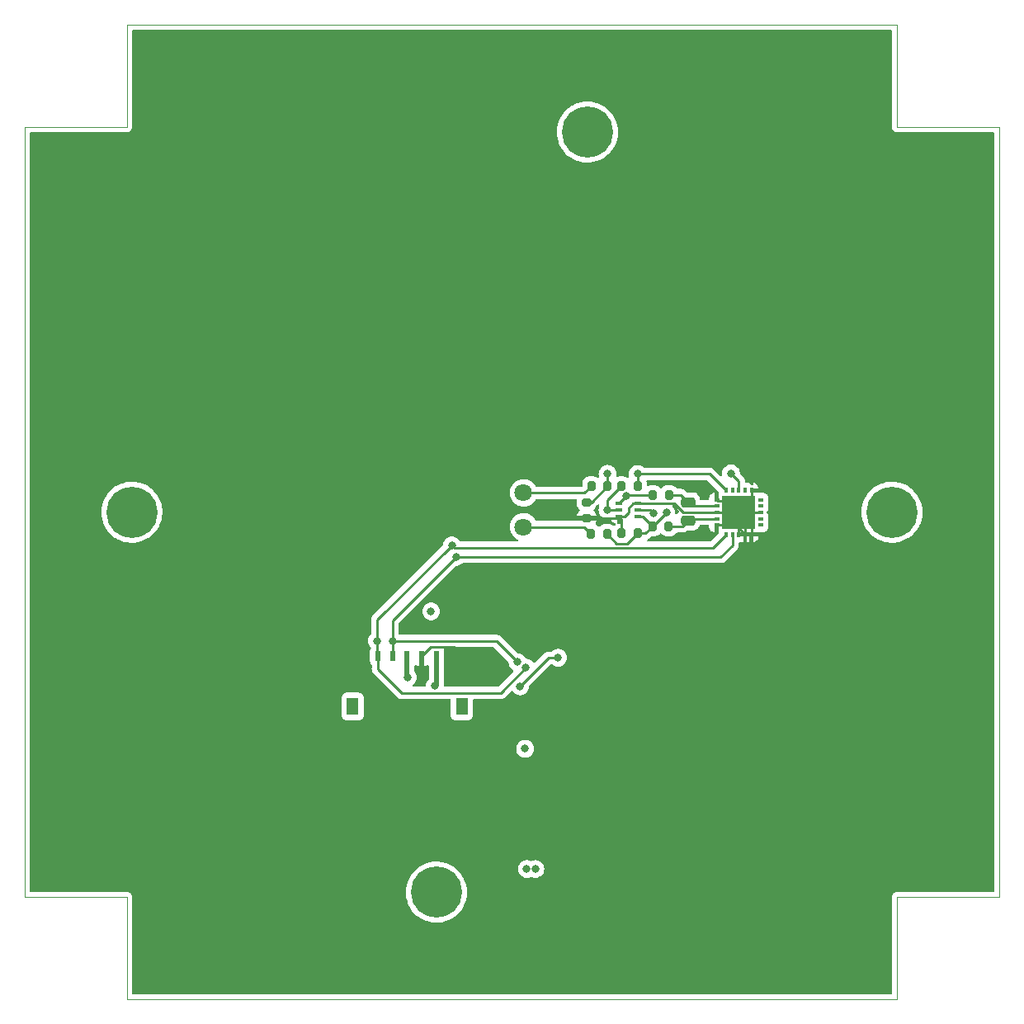
<source format=gbr>
%TF.GenerationSoftware,KiCad,Pcbnew,(6.0.9)*%
%TF.CreationDate,2023-01-30T21:02:38-08:00*%
%TF.ProjectId,solar-panel-side-Z,736f6c61-722d-4706-916e-656c2d736964,2.0*%
%TF.SameCoordinates,Original*%
%TF.FileFunction,Copper,L4,Bot*%
%TF.FilePolarity,Positive*%
%FSLAX46Y46*%
G04 Gerber Fmt 4.6, Leading zero omitted, Abs format (unit mm)*
G04 Created by KiCad (PCBNEW (6.0.9)) date 2023-01-30 21:02:38*
%MOMM*%
%LPD*%
G01*
G04 APERTURE LIST*
G04 Aperture macros list*
%AMRoundRect*
0 Rectangle with rounded corners*
0 $1 Rounding radius*
0 $2 $3 $4 $5 $6 $7 $8 $9 X,Y pos of 4 corners*
0 Add a 4 corners polygon primitive as box body*
4,1,4,$2,$3,$4,$5,$6,$7,$8,$9,$2,$3,0*
0 Add four circle primitives for the rounded corners*
1,1,$1+$1,$2,$3*
1,1,$1+$1,$4,$5*
1,1,$1+$1,$6,$7*
1,1,$1+$1,$8,$9*
0 Add four rect primitives between the rounded corners*
20,1,$1+$1,$2,$3,$4,$5,0*
20,1,$1+$1,$4,$5,$6,$7,0*
20,1,$1+$1,$6,$7,$8,$9,0*
20,1,$1+$1,$8,$9,$2,$3,0*%
%AMFreePoly0*
4,1,5,0.190000,-0.275000,-0.190000,-0.275000,-0.190000,0.275000,0.190000,0.275000,0.190000,-0.275000,0.190000,-0.275000,$1*%
%AMFreePoly1*
4,1,5,1.660000,-1.660000,-1.660000,-1.660000,-1.660000,1.660000,1.660000,1.660000,1.660000,-1.660000,1.660000,-1.660000,$1*%
G04 Aperture macros list end*
%TA.AperFunction,Profile*%
%ADD10C,0.050000*%
%TD*%
%TA.AperFunction,ComponentPad*%
%ADD11C,5.250000*%
%TD*%
%TA.AperFunction,SMDPad,CuDef*%
%ADD12R,0.600000X1.000000*%
%TD*%
%TA.AperFunction,SMDPad,CuDef*%
%ADD13R,1.250000X1.800000*%
%TD*%
%TA.AperFunction,SMDPad,CuDef*%
%ADD14RoundRect,0.200000X-0.200000X-0.275000X0.200000X-0.275000X0.200000X0.275000X-0.200000X0.275000X0*%
%TD*%
%TA.AperFunction,SMDPad,CuDef*%
%ADD15RoundRect,0.200000X0.200000X0.275000X-0.200000X0.275000X-0.200000X-0.275000X0.200000X-0.275000X0*%
%TD*%
%TA.AperFunction,SMDPad,CuDef*%
%ADD16R,0.650000X0.400000*%
%TD*%
%TA.AperFunction,SMDPad,CuDef*%
%ADD17RoundRect,0.200000X0.275000X-0.200000X0.275000X0.200000X-0.275000X0.200000X-0.275000X-0.200000X0*%
%TD*%
%TA.AperFunction,SMDPad,CuDef*%
%ADD18RoundRect,0.250000X-0.475000X0.250000X-0.475000X-0.250000X0.475000X-0.250000X0.475000X0.250000X0*%
%TD*%
%TA.AperFunction,SMDPad,CuDef*%
%ADD19FreePoly0,270.000000*%
%TD*%
%TA.AperFunction,SMDPad,CuDef*%
%ADD20FreePoly0,180.000000*%
%TD*%
%TA.AperFunction,SMDPad,CuDef*%
%ADD21FreePoly0,0.000000*%
%TD*%
%TA.AperFunction,SMDPad,CuDef*%
%ADD22FreePoly1,0.000000*%
%TD*%
%TA.AperFunction,ComponentPad*%
%ADD23C,1.800000*%
%TD*%
%TA.AperFunction,ViaPad*%
%ADD24C,0.800000*%
%TD*%
%TA.AperFunction,ViaPad*%
%ADD25C,0.450000*%
%TD*%
%TA.AperFunction,Conductor*%
%ADD26C,0.250000*%
%TD*%
%TA.AperFunction,Conductor*%
%ADD27C,0.500000*%
%TD*%
G04 APERTURE END LIST*
D10*
X99500000Y-45500000D02*
X110000000Y-45500000D01*
X189000000Y-135000000D02*
X110000000Y-135000000D01*
X199500000Y-124500000D02*
X189000000Y-124500000D01*
X189000000Y-45500000D02*
X199500000Y-45500000D01*
X99500000Y-124500000D02*
X99500000Y-45500000D01*
X110000000Y-135000000D02*
X110000000Y-124500000D01*
X110000000Y-35000000D02*
X189000000Y-35000000D01*
X110000000Y-124500000D02*
X99500000Y-124500000D01*
X199500000Y-45500000D02*
X199500000Y-124500000D01*
X189000000Y-35000000D02*
X189000000Y-45500000D01*
X110000000Y-45500000D02*
X110000000Y-35000000D01*
X189000000Y-124500000D02*
X189000000Y-135000000D01*
D11*
%TO.P,J3,1,Pin_1*%
%TO.N,unconnected-(J3-Pad1)*%
X110500000Y-85000000D03*
%TD*%
%TO.P,J4,1,Pin_1*%
%TO.N,unconnected-(J4-Pad1)*%
X141750000Y-124000000D03*
%TD*%
%TO.P,J5,1,Pin_1*%
%TO.N,unconnected-(J5-Pad1)*%
X157250000Y-46000000D03*
%TD*%
%TO.P,J6,1,Pin_1*%
%TO.N,unconnected-(J6-Pad1)*%
X188500000Y-85000000D03*
%TD*%
D12*
%TO.P,J1,1,1*%
%TO.N,VSOLAR*%
X141750000Y-99750000D03*
%TO.P,J1,2,2*%
%TO.N,GND*%
X140250000Y-99750000D03*
%TO.P,J1,3,3*%
%TO.N,+3V3*%
X138750001Y-99750000D03*
%TO.P,J1,4,4*%
%TO.N,SCL*%
X137249999Y-99750000D03*
%TO.P,J1,5,5*%
%TO.N,SDA*%
X135749999Y-99750000D03*
D13*
%TO.P,J1,6,6*%
%TO.N,unconnected-(J1-Pad6)*%
X144354999Y-104940000D03*
%TO.P,J1,7,7*%
%TO.N,unconnected-(J1-Pad7)*%
X133145001Y-104940000D03*
%TD*%
D14*
%TO.P,R4,1*%
%TO.N,VSense*%
X163939922Y-86470000D03*
%TO.P,R4,2*%
%TO.N,Net-(C6-Pad2)*%
X165589922Y-86470000D03*
%TD*%
D15*
%TO.P,R5,1*%
%TO.N,Net-(C6-Pad1)*%
X165629922Y-83250000D03*
%TO.P,R5,2*%
%TO.N,Net-(D1-Pad3)*%
X163979922Y-83250000D03*
%TD*%
D16*
%TO.P,D1,1,A1*%
%TO.N,GND*%
X160489922Y-85430000D03*
%TO.P,D1,2,K2*%
%TO.N,+3V3*%
X160489922Y-84780000D03*
%TO.P,D1,3,K1A2*%
%TO.N,Net-(D1-Pad3)*%
X160489922Y-84130000D03*
%TO.P,D1,4,A3*%
%TO.N,GND*%
X162389922Y-84130000D03*
%TO.P,D1,5,K4*%
%TO.N,+3V3*%
X162389922Y-84780000D03*
%TO.P,D1,6,K3A4*%
%TO.N,VSense*%
X162389922Y-85430000D03*
%TD*%
D17*
%TO.P,R6,1*%
%TO.N,GND*%
X157169922Y-85630000D03*
%TO.P,R6,2*%
%TO.N,Net-(D1-Pad3)*%
X157169922Y-83980000D03*
%TD*%
D18*
%TO.P,C6,1*%
%TO.N,Net-(C6-Pad1)*%
X167559922Y-83980000D03*
%TO.P,C6,2*%
%TO.N,Net-(C6-Pad2)*%
X167559922Y-85880000D03*
%TD*%
D15*
%TO.P,R1,1*%
%TO.N,VSense*%
X162379922Y-87190000D03*
%TO.P,R1,2*%
%TO.N,GND*%
X160729922Y-87190000D03*
%TD*%
D14*
%TO.P,FB1,1*%
%TO.N,Net-(FB1-Pad1)*%
X157599922Y-87210000D03*
%TO.P,FB1,2*%
%TO.N,VSense*%
X159249922Y-87210000D03*
%TD*%
D19*
%TO.P,U4,1,GND*%
%TO.N,GND*%
X170520000Y-86330000D03*
%TO.P,U4,2,VIN+*%
%TO.N,Net-(C6-Pad2)*%
X170520000Y-85680000D03*
%TO.P,U4,3,GND*%
%TO.N,GND*%
X170520000Y-85030000D03*
%TO.P,U4,4,VIN-*%
%TO.N,Net-(C6-Pad1)*%
X170520000Y-84380000D03*
%TO.P,U4,5,GND*%
%TO.N,GND*%
X170520000Y-83730000D03*
D20*
%TO.P,U4,6,VSENSE*%
%TO.N,VSense*%
X171470000Y-82780000D03*
%TO.P,U4,7,SC_Alert*%
%TO.N,unconnected-(U4-Pad7)*%
X172120000Y-82780000D03*
%TO.P,U4,8,VDD*%
%TO.N,+3V3*%
X172770000Y-82780000D03*
%TO.P,U4,9,OC_ALERT*%
%TO.N,unconnected-(U4-Pad9)*%
X173420000Y-82780000D03*
%TO.P,U4,10,GND*%
%TO.N,GND*%
X174070000Y-82780000D03*
D19*
%TO.P,U4,11,A1*%
%TO.N,unconnected-(U4-Pad11)*%
X175020000Y-83730000D03*
%TO.P,U4,12,A2*%
%TO.N,unconnected-(U4-Pad12)*%
X175020000Y-84380000D03*
%TO.P,U4,13,GND*%
%TO.N,GND*%
X175020000Y-85030000D03*
%TO.P,U4,14,A3*%
%TO.N,unconnected-(U4-Pad14)*%
X175020000Y-85680000D03*
%TO.P,U4,15,A4*%
%TO.N,unconnected-(U4-Pad15)*%
X175020000Y-86330000D03*
D21*
%TO.P,U4,16,ADDR*%
%TO.N,GND*%
X174070000Y-87280000D03*
%TO.P,U4,17,GND*%
X173420000Y-87280000D03*
%TO.P,U4,18,GND*%
X172770000Y-87280000D03*
%TO.P,U4,19,SCL*%
%TO.N,SCL*%
X172120000Y-87280000D03*
%TO.P,U4,20,SDA*%
%TO.N,SDA*%
X171470000Y-87280000D03*
D22*
%TO.P,U4,21,EP*%
%TO.N,GND*%
X172770000Y-85030000D03*
%TD*%
D14*
%TO.P,R3,1*%
%TO.N,+3V3*%
X160759922Y-82330000D03*
%TO.P,R3,2*%
%TO.N,VSense*%
X162409922Y-82330000D03*
%TD*%
%TO.P,FB2,1*%
%TO.N,Net-(FB2-Pad1)*%
X157639922Y-82330000D03*
%TO.P,FB2,2*%
%TO.N,Net-(D1-Pad3)*%
X159289922Y-82330000D03*
%TD*%
D23*
%TO.P,J2,1,Pin_1*%
%TO.N,Net-(FB2-Pad1)*%
X150689922Y-83020000D03*
%TO.P,J2,2,Pin_2*%
%TO.N,Net-(FB1-Pad1)*%
X150689922Y-86520000D03*
%TD*%
D24*
%TO.N,GND*%
X107150000Y-112590000D03*
D25*
X172770000Y-85950000D03*
X173710000Y-85030000D03*
D24*
X149060000Y-96220000D03*
D25*
X173690000Y-85950000D03*
D24*
X157310000Y-72510000D03*
D25*
X172860000Y-84120000D03*
X173760000Y-84100000D03*
D24*
X145330000Y-69850000D03*
X144270000Y-99550000D03*
D25*
X171850000Y-85030000D03*
X171840000Y-84130000D03*
D24*
X167400000Y-76940000D03*
D25*
X171845000Y-85955000D03*
X172830000Y-85030000D03*
D24*
X153500000Y-68760000D03*
%TO.N,+3V3*%
X159299922Y-84780000D03*
X141210000Y-95190000D03*
X150340000Y-102880000D03*
X171980000Y-81020000D03*
X164009922Y-85100000D03*
X154250000Y-99940000D03*
X138815000Y-101955000D03*
%TO.N,VSOLAR*%
X141590000Y-102830000D03*
%TO.N,SDA*%
X135670000Y-98200000D03*
X150940000Y-100960000D03*
X143340000Y-88410000D03*
%TO.N,SCL*%
X143775000Y-89605000D03*
X137270000Y-98240000D03*
X150070000Y-100390000D03*
%TO.N,Net-(D1-Pad3)*%
X161239922Y-83380000D03*
X159309922Y-81070000D03*
%TO.N,VSense*%
X162404922Y-81085000D03*
X165349922Y-85060000D03*
%TO.N,Net-(U2-Pad7)*%
X151020000Y-121610000D03*
X150850000Y-109290000D03*
X151910000Y-121620000D03*
%TD*%
D26*
%TO.N,GND*%
X171470000Y-86330000D02*
X171845000Y-85955000D01*
X170520000Y-85030000D02*
X171850000Y-85030000D01*
X170520000Y-86330000D02*
X172470000Y-86330000D01*
X160729922Y-85670000D02*
X160489922Y-85430000D01*
X173840000Y-85030000D02*
X172830000Y-85030000D01*
X174070000Y-86330000D02*
X173690000Y-85950000D01*
X172770000Y-85950000D02*
X172770000Y-85030000D01*
X166171749Y-84130000D02*
X167071749Y-85030000D01*
X162389922Y-84130000D02*
X166171749Y-84130000D01*
X160729922Y-87190000D02*
X160729922Y-85670000D01*
X141160000Y-98840000D02*
X143560000Y-98840000D01*
X174070000Y-82780000D02*
X174070000Y-83730000D01*
X160289922Y-85630000D02*
X157169922Y-85630000D01*
X173420000Y-87280000D02*
X173420000Y-85680000D01*
X173885000Y-83915000D02*
X172770000Y-85030000D01*
X140250000Y-99750000D02*
X141160000Y-98840000D01*
X161939922Y-84130000D02*
X161459922Y-84610000D01*
X175020000Y-85030000D02*
X173840000Y-85030000D01*
X170654922Y-83865000D02*
X171605000Y-83865000D01*
X172830000Y-85030000D02*
X172770000Y-85030000D01*
X167071749Y-85030000D02*
X170520000Y-85030000D01*
X170520000Y-83730078D02*
X170654922Y-83865000D01*
X170520000Y-83730000D02*
X170520000Y-83730078D01*
X174070000Y-83730000D02*
X173885000Y-83915000D01*
X172470000Y-86330000D02*
X173420000Y-87280000D01*
X171850000Y-85030000D02*
X172770000Y-85030000D01*
X161064922Y-85430000D02*
X161459922Y-85035000D01*
X173690000Y-85950000D02*
X172770000Y-85030000D01*
X172770000Y-87280000D02*
X174070000Y-87280000D01*
X171845000Y-85955000D02*
X172770000Y-85030000D01*
X170520000Y-86330000D02*
X171470000Y-86330000D01*
X160489922Y-85430000D02*
X161064922Y-85430000D01*
X173420000Y-85680000D02*
X172770000Y-85030000D01*
X162389922Y-84130000D02*
X161939922Y-84130000D01*
X160489922Y-85430000D02*
X160289922Y-85630000D01*
X143560000Y-98840000D02*
X144270000Y-99550000D01*
X161459922Y-85035000D02*
X161459922Y-84610000D01*
X174070000Y-87280000D02*
X174070000Y-86330000D01*
X172770000Y-87280000D02*
X172770000Y-85950000D01*
%TO.N,+3V3*%
X159299922Y-84780000D02*
X160489922Y-84780000D01*
X150340000Y-102880000D02*
X153270000Y-99950000D01*
X162389922Y-84780000D02*
X163689922Y-84780000D01*
X153270000Y-99950000D02*
X154240000Y-99950000D01*
D27*
X138750001Y-101720001D02*
X138900000Y-101870000D01*
D26*
X172770000Y-82780000D02*
X172770000Y-81810000D01*
X159299922Y-84780000D02*
X159299922Y-83790000D01*
X159299922Y-83790000D02*
X160759922Y-82330000D01*
X172770000Y-81810000D02*
X171980000Y-81020000D01*
X163689922Y-84780000D02*
X164009922Y-85100000D01*
D27*
X138750001Y-99750000D02*
X138750001Y-101720001D01*
%TO.N,VSOLAR*%
X141750000Y-102670000D02*
X141590000Y-102830000D01*
X141750000Y-99750000D02*
X141750000Y-102670000D01*
D26*
%TO.N,SDA*%
X143330000Y-88410000D02*
X135670000Y-96070000D01*
X135749999Y-101119999D02*
X135749999Y-99750000D01*
X143590000Y-88660000D02*
X143340000Y-88410000D01*
X171470000Y-87280000D02*
X170090000Y-88660000D01*
X148345000Y-103555000D02*
X138185000Y-103555000D01*
X138185000Y-103555000D02*
X135749999Y-101119999D01*
X135670000Y-98200000D02*
X135670000Y-99670001D01*
X150940000Y-100960000D02*
X148345000Y-103555000D01*
X170090000Y-88660000D02*
X143590000Y-88660000D01*
X143340000Y-88410000D02*
X143330000Y-88410000D01*
X135670000Y-99670001D02*
X135749999Y-99750000D01*
X135670000Y-96070000D02*
X135670000Y-98200000D01*
%TO.N,SCL*%
X150070000Y-100390000D02*
X147920000Y-98240000D01*
X172120000Y-88410000D02*
X170925000Y-89605000D01*
X137270000Y-98240000D02*
X137270000Y-99729999D01*
X147920000Y-98240000D02*
X137270000Y-98240000D01*
X143710000Y-89650000D02*
X137270000Y-96090000D01*
X137270000Y-99729999D02*
X137249999Y-99750000D01*
X170925000Y-89605000D02*
X143775000Y-89605000D01*
X137270000Y-96090000D02*
X137270000Y-98240000D01*
X172120000Y-87280000D02*
X172120000Y-88410000D01*
%TO.N,Net-(C6-Pad1)*%
X167959922Y-84380000D02*
X167559922Y-83980000D01*
X170520000Y-84380000D02*
X167959922Y-84380000D01*
X166829922Y-83250000D02*
X165629922Y-83250000D01*
X167559922Y-83980000D02*
X166829922Y-83250000D01*
%TO.N,Net-(C6-Pad2)*%
X170520000Y-85680000D02*
X167759922Y-85680000D01*
X167759922Y-85680000D02*
X167559922Y-85880000D01*
X166969922Y-86470000D02*
X167559922Y-85880000D01*
X165589922Y-86470000D02*
X166969922Y-86470000D01*
%TO.N,Net-(D1-Pad3)*%
X163979922Y-83250000D02*
X161369922Y-83250000D01*
X161239922Y-83380000D02*
X160489922Y-84130000D01*
X159289922Y-82330000D02*
X157639922Y-83980000D01*
X159289922Y-81090000D02*
X159309922Y-81070000D01*
X157639922Y-83980000D02*
X157169922Y-83980000D01*
X159289922Y-82330000D02*
X159289922Y-81090000D01*
X161369922Y-83250000D02*
X161239922Y-83380000D01*
%TO.N,VSense*%
X162379922Y-87190000D02*
X163219922Y-87190000D01*
X162379922Y-87190000D02*
X161359922Y-88210000D01*
X163939922Y-86470000D02*
X165349922Y-85060000D01*
X162899922Y-85430000D02*
X163939922Y-86470000D01*
X162409922Y-82330000D02*
X162399922Y-82320000D01*
X161359922Y-88210000D02*
X160249922Y-88210000D01*
X169775000Y-81085000D02*
X171470000Y-82780000D01*
X162399922Y-82320000D02*
X162399922Y-81150000D01*
X160249922Y-88210000D02*
X159249922Y-87210000D01*
X162404922Y-81085000D02*
X169775000Y-81085000D01*
X163219922Y-87190000D02*
X163939922Y-86470000D01*
X162389922Y-85430000D02*
X162899922Y-85430000D01*
%TO.N,Net-(FB1-Pad1)*%
X150689922Y-86520000D02*
X156909922Y-86520000D01*
X156909922Y-86520000D02*
X157599922Y-87210000D01*
%TO.N,Net-(FB2-Pad1)*%
X157639922Y-82330000D02*
X156939922Y-83030000D01*
X150689922Y-83020000D02*
X156929922Y-83020000D01*
X156929922Y-83020000D02*
X156939922Y-83030000D01*
%TD*%
%TA.AperFunction,Conductor*%
%TO.N,GND*%
G36*
X188433621Y-35528502D02*
G01*
X188480114Y-35582158D01*
X188491500Y-35634500D01*
X188491500Y-45491377D01*
X188491498Y-45492147D01*
X188491024Y-45569721D01*
X188493491Y-45578352D01*
X188499150Y-45598153D01*
X188502728Y-45614915D01*
X188506920Y-45644187D01*
X188510634Y-45652355D01*
X188510634Y-45652356D01*
X188517548Y-45667562D01*
X188523996Y-45685086D01*
X188531051Y-45709771D01*
X188535843Y-45717365D01*
X188535844Y-45717368D01*
X188546830Y-45734780D01*
X188554969Y-45749863D01*
X188567208Y-45776782D01*
X188573069Y-45783584D01*
X188583970Y-45796235D01*
X188595073Y-45811239D01*
X188608776Y-45832958D01*
X188615501Y-45838897D01*
X188615504Y-45838901D01*
X188630938Y-45852532D01*
X188642982Y-45864724D01*
X188656427Y-45880327D01*
X188656430Y-45880329D01*
X188662287Y-45887127D01*
X188669816Y-45892007D01*
X188669817Y-45892008D01*
X188683835Y-45901094D01*
X188698709Y-45912385D01*
X188711217Y-45923431D01*
X188717951Y-45929378D01*
X188744711Y-45941942D01*
X188759691Y-45950263D01*
X188776983Y-45961471D01*
X188776988Y-45961473D01*
X188784515Y-45966352D01*
X188793108Y-45968922D01*
X188793113Y-45968924D01*
X188809120Y-45973711D01*
X188826564Y-45980372D01*
X188841676Y-45987467D01*
X188841678Y-45987468D01*
X188849800Y-45991281D01*
X188858667Y-45992662D01*
X188858668Y-45992662D01*
X188861353Y-45993080D01*
X188879017Y-45995830D01*
X188895732Y-45999613D01*
X188915466Y-46005515D01*
X188915472Y-46005516D01*
X188924066Y-46008086D01*
X188933037Y-46008141D01*
X188933038Y-46008141D01*
X188943097Y-46008202D01*
X188958506Y-46008296D01*
X188959289Y-46008329D01*
X188960386Y-46008500D01*
X188991377Y-46008500D01*
X188992147Y-46008502D01*
X189065785Y-46008952D01*
X189065786Y-46008952D01*
X189069721Y-46008976D01*
X189071065Y-46008592D01*
X189072410Y-46008500D01*
X198865500Y-46008500D01*
X198933621Y-46028502D01*
X198980114Y-46082158D01*
X198991500Y-46134500D01*
X198991500Y-123865500D01*
X198971498Y-123933621D01*
X198917842Y-123980114D01*
X198865500Y-123991500D01*
X189008623Y-123991500D01*
X189007853Y-123991498D01*
X189007037Y-123991493D01*
X188930279Y-123991024D01*
X188907918Y-123997415D01*
X188901847Y-123999150D01*
X188885085Y-124002728D01*
X188855813Y-124006920D01*
X188847645Y-124010634D01*
X188847644Y-124010634D01*
X188832438Y-124017548D01*
X188814914Y-124023996D01*
X188790229Y-124031051D01*
X188782635Y-124035843D01*
X188782632Y-124035844D01*
X188765220Y-124046830D01*
X188750137Y-124054969D01*
X188723218Y-124067208D01*
X188716416Y-124073069D01*
X188703765Y-124083970D01*
X188688761Y-124095073D01*
X188667042Y-124108776D01*
X188661103Y-124115501D01*
X188661099Y-124115504D01*
X188647468Y-124130938D01*
X188635276Y-124142982D01*
X188619673Y-124156427D01*
X188619671Y-124156430D01*
X188612873Y-124162287D01*
X188607993Y-124169816D01*
X188607992Y-124169817D01*
X188598906Y-124183835D01*
X188587615Y-124198709D01*
X188576569Y-124211217D01*
X188570622Y-124217951D01*
X188564312Y-124231391D01*
X188558058Y-124244711D01*
X188549737Y-124259691D01*
X188538529Y-124276983D01*
X188538527Y-124276988D01*
X188533648Y-124284515D01*
X188531078Y-124293108D01*
X188531076Y-124293113D01*
X188526289Y-124309120D01*
X188519628Y-124326564D01*
X188512533Y-124341676D01*
X188508719Y-124349800D01*
X188507338Y-124358667D01*
X188507338Y-124358668D01*
X188504170Y-124379015D01*
X188500387Y-124395732D01*
X188494485Y-124415466D01*
X188494484Y-124415472D01*
X188491914Y-124424066D01*
X188491859Y-124433037D01*
X188491859Y-124433038D01*
X188491704Y-124458497D01*
X188491671Y-124459289D01*
X188491500Y-124460386D01*
X188491500Y-124491377D01*
X188491498Y-124492147D01*
X188491024Y-124569721D01*
X188491408Y-124571065D01*
X188491500Y-124572410D01*
X188491500Y-134365500D01*
X188471498Y-134433621D01*
X188417842Y-134480114D01*
X188365500Y-134491500D01*
X110634500Y-134491500D01*
X110566379Y-134471498D01*
X110519886Y-134417842D01*
X110508500Y-134365500D01*
X110508500Y-124508623D01*
X110508502Y-124507853D01*
X110508800Y-124459102D01*
X110508976Y-124430279D01*
X110500850Y-124401847D01*
X110497272Y-124385085D01*
X110494352Y-124364698D01*
X110493080Y-124355813D01*
X110482451Y-124332436D01*
X110476004Y-124314913D01*
X110471416Y-124298862D01*
X110468949Y-124290229D01*
X110464156Y-124282632D01*
X110453170Y-124265220D01*
X110445030Y-124250135D01*
X110442564Y-124244711D01*
X110432792Y-124223218D01*
X110416030Y-124203765D01*
X110404927Y-124188761D01*
X110391224Y-124167042D01*
X110384499Y-124161103D01*
X110384496Y-124161099D01*
X110369062Y-124147468D01*
X110357018Y-124135276D01*
X110343573Y-124119673D01*
X110343570Y-124119671D01*
X110337713Y-124112873D01*
X110324009Y-124103990D01*
X110316165Y-124098906D01*
X110301291Y-124087615D01*
X110288783Y-124076569D01*
X110288782Y-124076568D01*
X110282049Y-124070622D01*
X110255287Y-124058057D01*
X110240309Y-124049737D01*
X110223017Y-124038529D01*
X110223012Y-124038527D01*
X110215485Y-124033648D01*
X110206892Y-124031078D01*
X110206887Y-124031076D01*
X110190880Y-124026289D01*
X110173436Y-124019628D01*
X110158324Y-124012533D01*
X110158322Y-124012532D01*
X110150200Y-124008719D01*
X110141333Y-124007338D01*
X110141332Y-124007338D01*
X110130478Y-124005648D01*
X110120983Y-124004170D01*
X110104268Y-124000387D01*
X110084534Y-123994485D01*
X110084528Y-123994484D01*
X110075934Y-123991914D01*
X110066963Y-123991859D01*
X110066962Y-123991859D01*
X110056903Y-123991798D01*
X110041494Y-123991704D01*
X110040711Y-123991671D01*
X110039614Y-123991500D01*
X110008623Y-123991500D01*
X110007853Y-123991498D01*
X109934215Y-123991048D01*
X109934214Y-123991048D01*
X109930279Y-123991024D01*
X109928935Y-123991408D01*
X109927590Y-123991500D01*
X100134500Y-123991500D01*
X100066379Y-123971498D01*
X100053107Y-123956181D01*
X138611869Y-123956181D01*
X138626542Y-124306258D01*
X138647131Y-124439254D01*
X138667328Y-124569721D01*
X138680145Y-124652518D01*
X138772012Y-124990645D01*
X138773302Y-124993904D01*
X138773304Y-124993909D01*
X138822316Y-125117698D01*
X138900998Y-125316424D01*
X139065493Y-125625795D01*
X139067483Y-125628701D01*
X139067484Y-125628703D01*
X139141490Y-125736785D01*
X139263449Y-125914902D01*
X139492397Y-126180142D01*
X139749485Y-126418207D01*
X140031507Y-126626132D01*
X140034544Y-126627886D01*
X140034548Y-126627888D01*
X140195060Y-126720559D01*
X140334949Y-126801324D01*
X140338170Y-126802731D01*
X140652807Y-126940193D01*
X140652817Y-126940197D01*
X140656029Y-126941600D01*
X140659387Y-126942639D01*
X140659391Y-126942641D01*
X140795685Y-126984831D01*
X140990743Y-127045212D01*
X140994199Y-127045871D01*
X140994198Y-127045871D01*
X141331471Y-127110210D01*
X141331477Y-127110211D01*
X141334922Y-127110868D01*
X141566253Y-127128668D01*
X141680777Y-127137480D01*
X141680778Y-127137480D01*
X141684274Y-127137749D01*
X141916291Y-127129646D01*
X142030929Y-127125643D01*
X142030933Y-127125643D01*
X142034445Y-127125520D01*
X142037924Y-127125006D01*
X142037927Y-127125006D01*
X142377578Y-127074851D01*
X142377584Y-127074850D01*
X142381070Y-127074335D01*
X142384474Y-127073436D01*
X142384477Y-127073435D01*
X142716439Y-126985727D01*
X142716440Y-126985727D01*
X142719830Y-126984831D01*
X143046502Y-126858123D01*
X143357014Y-126695792D01*
X143647496Y-126499859D01*
X143914327Y-126272768D01*
X143999069Y-126182527D01*
X144151771Y-126019916D01*
X144151775Y-126019911D01*
X144154182Y-126017348D01*
X144364071Y-125736785D01*
X144541377Y-125434573D01*
X144542809Y-125431357D01*
X144682459Y-125117698D01*
X144682461Y-125117693D01*
X144683891Y-125114481D01*
X144789837Y-124780498D01*
X144857894Y-124436786D01*
X144877886Y-124198709D01*
X144887030Y-124089814D01*
X144887031Y-124089803D01*
X144887213Y-124087630D01*
X144887265Y-124083970D01*
X144888407Y-124002178D01*
X144888407Y-124002166D01*
X144888437Y-124000000D01*
X144888074Y-123993491D01*
X144869074Y-123653671D01*
X144868878Y-123650162D01*
X144810445Y-123304684D01*
X144713866Y-122967873D01*
X144666818Y-122853726D01*
X144581683Y-122647171D01*
X144581679Y-122647163D01*
X144580345Y-122643926D01*
X144411546Y-122336882D01*
X144209573Y-122050567D01*
X144162262Y-121997279D01*
X143979274Y-121791175D01*
X143979270Y-121791171D01*
X143976943Y-121788550D01*
X143974342Y-121786208D01*
X143974337Y-121786203D01*
X143778644Y-121610000D01*
X150106496Y-121610000D01*
X150126458Y-121799928D01*
X150185473Y-121981556D01*
X150188776Y-121987278D01*
X150188777Y-121987279D01*
X150194551Y-121997279D01*
X150280960Y-122146944D01*
X150408747Y-122288866D01*
X150563248Y-122401118D01*
X150569276Y-122403802D01*
X150569278Y-122403803D01*
X150731679Y-122476108D01*
X150737712Y-122478794D01*
X150831112Y-122498647D01*
X150918056Y-122517128D01*
X150918061Y-122517128D01*
X150924513Y-122518500D01*
X151115487Y-122518500D01*
X151121939Y-122517128D01*
X151121944Y-122517128D01*
X151208888Y-122498647D01*
X151302288Y-122478794D01*
X151308315Y-122476111D01*
X151308323Y-122476108D01*
X151402522Y-122434168D01*
X151472889Y-122424734D01*
X151505018Y-122434168D01*
X151621677Y-122486108D01*
X151621685Y-122486111D01*
X151627712Y-122488794D01*
X151721113Y-122508647D01*
X151808056Y-122527128D01*
X151808061Y-122527128D01*
X151814513Y-122528500D01*
X152005487Y-122528500D01*
X152011939Y-122527128D01*
X152011944Y-122527128D01*
X152098887Y-122508647D01*
X152192288Y-122488794D01*
X152211667Y-122480166D01*
X152360722Y-122413803D01*
X152360724Y-122413802D01*
X152366752Y-122411118D01*
X152385858Y-122397237D01*
X152464689Y-122339962D01*
X152521253Y-122298866D01*
X152649040Y-122156944D01*
X152744527Y-121991556D01*
X152803542Y-121809928D01*
X152823504Y-121620000D01*
X152803542Y-121430072D01*
X152744527Y-121248444D01*
X152738754Y-121238444D01*
X152652341Y-121088774D01*
X152649040Y-121083056D01*
X152613345Y-121043412D01*
X152525675Y-120946045D01*
X152525674Y-120946044D01*
X152521253Y-120941134D01*
X152366752Y-120828882D01*
X152360724Y-120826198D01*
X152360722Y-120826197D01*
X152198319Y-120753891D01*
X152198318Y-120753891D01*
X152192288Y-120751206D01*
X152098888Y-120731353D01*
X152011944Y-120712872D01*
X152011939Y-120712872D01*
X152005487Y-120711500D01*
X151814513Y-120711500D01*
X151808061Y-120712872D01*
X151808056Y-120712872D01*
X151721112Y-120731353D01*
X151627712Y-120751206D01*
X151621685Y-120753889D01*
X151621677Y-120753892D01*
X151527478Y-120795832D01*
X151457111Y-120805266D01*
X151424982Y-120795832D01*
X151308323Y-120743892D01*
X151308315Y-120743889D01*
X151302288Y-120741206D01*
X151208888Y-120721353D01*
X151121944Y-120702872D01*
X151121939Y-120702872D01*
X151115487Y-120701500D01*
X150924513Y-120701500D01*
X150918061Y-120702872D01*
X150918056Y-120702872D01*
X150831112Y-120721353D01*
X150737712Y-120741206D01*
X150731682Y-120743891D01*
X150731681Y-120743891D01*
X150569278Y-120816197D01*
X150569276Y-120816198D01*
X150563248Y-120818882D01*
X150557907Y-120822762D01*
X150557906Y-120822763D01*
X150507843Y-120859136D01*
X150408747Y-120931134D01*
X150404326Y-120936044D01*
X150404325Y-120936045D01*
X150307652Y-121043412D01*
X150280960Y-121073056D01*
X150185473Y-121238444D01*
X150126458Y-121420072D01*
X150106496Y-121610000D01*
X143778644Y-121610000D01*
X143719167Y-121556447D01*
X143719166Y-121556447D01*
X143716557Y-121554097D01*
X143678538Y-121526878D01*
X143434513Y-121352173D01*
X143434510Y-121352171D01*
X143431659Y-121350130D01*
X143125800Y-121179192D01*
X142802794Y-121043412D01*
X142799425Y-121042421D01*
X142799421Y-121042419D01*
X142651053Y-120998752D01*
X142466665Y-120944484D01*
X142190895Y-120895858D01*
X142125063Y-120884250D01*
X142125061Y-120884250D01*
X142121603Y-120883640D01*
X142118094Y-120883419D01*
X142118092Y-120883419D01*
X141775428Y-120861860D01*
X141775422Y-120861860D01*
X141771910Y-120861639D01*
X141674516Y-120866403D01*
X141425451Y-120878584D01*
X141425443Y-120878585D01*
X141421944Y-120878756D01*
X141418476Y-120879318D01*
X141418473Y-120879318D01*
X141079542Y-120934213D01*
X141079539Y-120934214D01*
X141076067Y-120934776D01*
X141072684Y-120935721D01*
X141072682Y-120935721D01*
X141037747Y-120945475D01*
X140738589Y-121029001D01*
X140735341Y-121030313D01*
X140735333Y-121030316D01*
X140416983Y-121158938D01*
X140416979Y-121158940D01*
X140413719Y-121160257D01*
X140410632Y-121161926D01*
X140410628Y-121161928D01*
X140381220Y-121177829D01*
X140105503Y-121326909D01*
X139817785Y-121526878D01*
X139815143Y-121529191D01*
X139815139Y-121529194D01*
X139711413Y-121620000D01*
X139554151Y-121757673D01*
X139317886Y-122016416D01*
X139111935Y-122299883D01*
X138938865Y-122604541D01*
X138800834Y-122926591D01*
X138699562Y-123262021D01*
X138636311Y-123606650D01*
X138611869Y-123956181D01*
X100053107Y-123956181D01*
X100019886Y-123917842D01*
X100008500Y-123865500D01*
X100008500Y-109290000D01*
X149936496Y-109290000D01*
X149956458Y-109479928D01*
X150015473Y-109661556D01*
X150110960Y-109826944D01*
X150238747Y-109968866D01*
X150393248Y-110081118D01*
X150399276Y-110083802D01*
X150399278Y-110083803D01*
X150561681Y-110156109D01*
X150567712Y-110158794D01*
X150661112Y-110178647D01*
X150748056Y-110197128D01*
X150748061Y-110197128D01*
X150754513Y-110198500D01*
X150945487Y-110198500D01*
X150951939Y-110197128D01*
X150951944Y-110197128D01*
X151038888Y-110178647D01*
X151132288Y-110158794D01*
X151138319Y-110156109D01*
X151300722Y-110083803D01*
X151300724Y-110083802D01*
X151306752Y-110081118D01*
X151461253Y-109968866D01*
X151589040Y-109826944D01*
X151684527Y-109661556D01*
X151743542Y-109479928D01*
X151763504Y-109290000D01*
X151743542Y-109100072D01*
X151684527Y-108918444D01*
X151589040Y-108753056D01*
X151461253Y-108611134D01*
X151306752Y-108498882D01*
X151300724Y-108496198D01*
X151300722Y-108496197D01*
X151138319Y-108423891D01*
X151138318Y-108423891D01*
X151132288Y-108421206D01*
X151038888Y-108401353D01*
X150951944Y-108382872D01*
X150951939Y-108382872D01*
X150945487Y-108381500D01*
X150754513Y-108381500D01*
X150748061Y-108382872D01*
X150748056Y-108382872D01*
X150661113Y-108401353D01*
X150567712Y-108421206D01*
X150561682Y-108423891D01*
X150561681Y-108423891D01*
X150399278Y-108496197D01*
X150399276Y-108496198D01*
X150393248Y-108498882D01*
X150238747Y-108611134D01*
X150110960Y-108753056D01*
X150015473Y-108918444D01*
X149956458Y-109100072D01*
X149936496Y-109290000D01*
X100008500Y-109290000D01*
X100008500Y-105888134D01*
X132011501Y-105888134D01*
X132018256Y-105950316D01*
X132069386Y-106086705D01*
X132156740Y-106203261D01*
X132273296Y-106290615D01*
X132409685Y-106341745D01*
X132471867Y-106348500D01*
X133818135Y-106348500D01*
X133880317Y-106341745D01*
X134016706Y-106290615D01*
X134133262Y-106203261D01*
X134220616Y-106086705D01*
X134271746Y-105950316D01*
X134278501Y-105888134D01*
X134278501Y-103991866D01*
X134271746Y-103929684D01*
X134220616Y-103793295D01*
X134133262Y-103676739D01*
X134016706Y-103589385D01*
X133880317Y-103538255D01*
X133818135Y-103531500D01*
X132471867Y-103531500D01*
X132409685Y-103538255D01*
X132273296Y-103589385D01*
X132156740Y-103676739D01*
X132069386Y-103793295D01*
X132018256Y-103929684D01*
X132011501Y-103991866D01*
X132011501Y-105888134D01*
X100008500Y-105888134D01*
X100008500Y-98200000D01*
X134756496Y-98200000D01*
X134776458Y-98389928D01*
X134835473Y-98571556D01*
X134930960Y-98736944D01*
X135004137Y-98818215D01*
X135034853Y-98882221D01*
X135036500Y-98902524D01*
X135036500Y-98911796D01*
X135016498Y-98979917D01*
X135011338Y-98987345D01*
X134999384Y-99003295D01*
X134948254Y-99139684D01*
X134941499Y-99201866D01*
X134941499Y-100298134D01*
X134948254Y-100360316D01*
X134999384Y-100496705D01*
X135056838Y-100573365D01*
X135086738Y-100613261D01*
X135085134Y-100614463D01*
X135113620Y-100666630D01*
X135116499Y-100693413D01*
X135116499Y-101041232D01*
X135115972Y-101052415D01*
X135114297Y-101059908D01*
X135114546Y-101067834D01*
X135114546Y-101067835D01*
X135116437Y-101127985D01*
X135116499Y-101131944D01*
X135116499Y-101159855D01*
X135116996Y-101163789D01*
X135116996Y-101163790D01*
X135117004Y-101163855D01*
X135117937Y-101175692D01*
X135119326Y-101219888D01*
X135124977Y-101239338D01*
X135128986Y-101258699D01*
X135131525Y-101278796D01*
X135134444Y-101286167D01*
X135134444Y-101286169D01*
X135147803Y-101319911D01*
X135151648Y-101331141D01*
X135163981Y-101373592D01*
X135168014Y-101380411D01*
X135168016Y-101380416D01*
X135174292Y-101391027D01*
X135182987Y-101408775D01*
X135190447Y-101427616D01*
X135195109Y-101434032D01*
X135195109Y-101434033D01*
X135216435Y-101463386D01*
X135222951Y-101473306D01*
X135245457Y-101511361D01*
X135259778Y-101525682D01*
X135272618Y-101540715D01*
X135284527Y-101557106D01*
X135290633Y-101562157D01*
X135318604Y-101585297D01*
X135327383Y-101593287D01*
X137681343Y-103947247D01*
X137688887Y-103955537D01*
X137693000Y-103962018D01*
X137698777Y-103967443D01*
X137742667Y-104008658D01*
X137745509Y-104011413D01*
X137765230Y-104031134D01*
X137768425Y-104033612D01*
X137777447Y-104041318D01*
X137809679Y-104071586D01*
X137816628Y-104075406D01*
X137827432Y-104081346D01*
X137843956Y-104092199D01*
X137859959Y-104104613D01*
X137900543Y-104122176D01*
X137911173Y-104127383D01*
X137949940Y-104148695D01*
X137957617Y-104150666D01*
X137957622Y-104150668D01*
X137969558Y-104153732D01*
X137988266Y-104160137D01*
X138006855Y-104168181D01*
X138014680Y-104169420D01*
X138014682Y-104169421D01*
X138050519Y-104175097D01*
X138062140Y-104177504D01*
X138093959Y-104185673D01*
X138104970Y-104188500D01*
X138125231Y-104188500D01*
X138144940Y-104190051D01*
X138164943Y-104193219D01*
X138172835Y-104192473D01*
X138178062Y-104191979D01*
X138208954Y-104189059D01*
X138220811Y-104188500D01*
X143095499Y-104188500D01*
X143163620Y-104208502D01*
X143210113Y-104262158D01*
X143221499Y-104314500D01*
X143221499Y-105888134D01*
X143228254Y-105950316D01*
X143279384Y-106086705D01*
X143366738Y-106203261D01*
X143483294Y-106290615D01*
X143619683Y-106341745D01*
X143681865Y-106348500D01*
X145028133Y-106348500D01*
X145090315Y-106341745D01*
X145226704Y-106290615D01*
X145343260Y-106203261D01*
X145430614Y-106086705D01*
X145481744Y-105950316D01*
X145488499Y-105888134D01*
X145488499Y-104314500D01*
X145508501Y-104246379D01*
X145562157Y-104199886D01*
X145614499Y-104188500D01*
X148266233Y-104188500D01*
X148277416Y-104189027D01*
X148284909Y-104190702D01*
X148292835Y-104190453D01*
X148292836Y-104190453D01*
X148352986Y-104188562D01*
X148356945Y-104188500D01*
X148384856Y-104188500D01*
X148388791Y-104188003D01*
X148388856Y-104187995D01*
X148400693Y-104187062D01*
X148432951Y-104186048D01*
X148436970Y-104185922D01*
X148444889Y-104185673D01*
X148464343Y-104180021D01*
X148483700Y-104176013D01*
X148495930Y-104174468D01*
X148495931Y-104174468D01*
X148503797Y-104173474D01*
X148511168Y-104170555D01*
X148511170Y-104170555D01*
X148544912Y-104157196D01*
X148556142Y-104153351D01*
X148590983Y-104143229D01*
X148590984Y-104143229D01*
X148598593Y-104141018D01*
X148605412Y-104136985D01*
X148605417Y-104136983D01*
X148616028Y-104130707D01*
X148633776Y-104122012D01*
X148652617Y-104114552D01*
X148672987Y-104099753D01*
X148688387Y-104088564D01*
X148698307Y-104082048D01*
X148729535Y-104063580D01*
X148729538Y-104063578D01*
X148736362Y-104059542D01*
X148750683Y-104045221D01*
X148765717Y-104032380D01*
X148767432Y-104031134D01*
X148782107Y-104020472D01*
X148810298Y-103986395D01*
X148818288Y-103977616D01*
X149403718Y-103392186D01*
X149466030Y-103358160D01*
X149536845Y-103363225D01*
X149594750Y-103407221D01*
X149597654Y-103411218D01*
X149600960Y-103416944D01*
X149605383Y-103421856D01*
X149712687Y-103541029D01*
X149728747Y-103558866D01*
X149883248Y-103671118D01*
X149889276Y-103673802D01*
X149889278Y-103673803D01*
X150051681Y-103746109D01*
X150057712Y-103748794D01*
X150151112Y-103768647D01*
X150238056Y-103787128D01*
X150238061Y-103787128D01*
X150244513Y-103788500D01*
X150435487Y-103788500D01*
X150441939Y-103787128D01*
X150441944Y-103787128D01*
X150528888Y-103768647D01*
X150622288Y-103748794D01*
X150628319Y-103746109D01*
X150790722Y-103673803D01*
X150790724Y-103673802D01*
X150796752Y-103671118D01*
X150951253Y-103558866D01*
X150955675Y-103553955D01*
X151074621Y-103421852D01*
X151074622Y-103421851D01*
X151079040Y-103416944D01*
X151174527Y-103251556D01*
X151233542Y-103069928D01*
X151250907Y-102904706D01*
X151277920Y-102839050D01*
X151287122Y-102828782D01*
X153480576Y-100635329D01*
X153542888Y-100601303D01*
X153613704Y-100606368D01*
X153643732Y-100622488D01*
X153756188Y-100704192D01*
X153793248Y-100731118D01*
X153799276Y-100733802D01*
X153799278Y-100733803D01*
X153860317Y-100760979D01*
X153967712Y-100808794D01*
X154061112Y-100828647D01*
X154148056Y-100847128D01*
X154148061Y-100847128D01*
X154154513Y-100848500D01*
X154345487Y-100848500D01*
X154351939Y-100847128D01*
X154351944Y-100847128D01*
X154438887Y-100828647D01*
X154532288Y-100808794D01*
X154639683Y-100760979D01*
X154700722Y-100733803D01*
X154700724Y-100733802D01*
X154706752Y-100731118D01*
X154861253Y-100618866D01*
X154880222Y-100597799D01*
X154984621Y-100481852D01*
X154984622Y-100481851D01*
X154989040Y-100476944D01*
X155084527Y-100311556D01*
X155143542Y-100129928D01*
X155163504Y-99940000D01*
X155143542Y-99750072D01*
X155084527Y-99568444D01*
X154989040Y-99403056D01*
X154981886Y-99395110D01*
X154865675Y-99266045D01*
X154865674Y-99266044D01*
X154861253Y-99261134D01*
X154706752Y-99148882D01*
X154700724Y-99146198D01*
X154700722Y-99146197D01*
X154538319Y-99073891D01*
X154538318Y-99073891D01*
X154532288Y-99071206D01*
X154438888Y-99051353D01*
X154351944Y-99032872D01*
X154351939Y-99032872D01*
X154345487Y-99031500D01*
X154154513Y-99031500D01*
X154148061Y-99032872D01*
X154148056Y-99032872D01*
X154061112Y-99051353D01*
X153967712Y-99071206D01*
X153961682Y-99073891D01*
X153961681Y-99073891D01*
X153799278Y-99146197D01*
X153799276Y-99146198D01*
X153793248Y-99148882D01*
X153787907Y-99152762D01*
X153787906Y-99152763D01*
X153720322Y-99201866D01*
X153638747Y-99261134D01*
X153634334Y-99266036D01*
X153634332Y-99266037D01*
X153626432Y-99274811D01*
X153565985Y-99312050D01*
X153532796Y-99316500D01*
X153348768Y-99316500D01*
X153337585Y-99315973D01*
X153330092Y-99314298D01*
X153322166Y-99314547D01*
X153322165Y-99314547D01*
X153262002Y-99316438D01*
X153258044Y-99316500D01*
X153230144Y-99316500D01*
X153226154Y-99317004D01*
X153214320Y-99317936D01*
X153170111Y-99319326D01*
X153162497Y-99321538D01*
X153162492Y-99321539D01*
X153150659Y-99324977D01*
X153131296Y-99328988D01*
X153111203Y-99331526D01*
X153103836Y-99334443D01*
X153103831Y-99334444D01*
X153070092Y-99347802D01*
X153058865Y-99351646D01*
X153016407Y-99363982D01*
X153009581Y-99368019D01*
X152998972Y-99374293D01*
X152981224Y-99382988D01*
X152962383Y-99390448D01*
X152955967Y-99395110D01*
X152955966Y-99395110D01*
X152926613Y-99416436D01*
X152916693Y-99422952D01*
X152885465Y-99441420D01*
X152885462Y-99441422D01*
X152878638Y-99445458D01*
X152864317Y-99459779D01*
X152849284Y-99472619D01*
X152832893Y-99484528D01*
X152827842Y-99490634D01*
X152804702Y-99518605D01*
X152796712Y-99527384D01*
X151876282Y-100447814D01*
X151813970Y-100481840D01*
X151743155Y-100476775D01*
X151685250Y-100432779D01*
X151682346Y-100428782D01*
X151679040Y-100423056D01*
X151551253Y-100281134D01*
X151396752Y-100168882D01*
X151390724Y-100166198D01*
X151390722Y-100166197D01*
X151228319Y-100093891D01*
X151228318Y-100093891D01*
X151222288Y-100091206D01*
X151128888Y-100071353D01*
X151041944Y-100052872D01*
X151041939Y-100052872D01*
X151035487Y-100051500D01*
X150996358Y-100051500D01*
X150928237Y-100031498D01*
X150887239Y-99988500D01*
X150812341Y-99858774D01*
X150809040Y-99853056D01*
X150681253Y-99711134D01*
X150526752Y-99598882D01*
X150520724Y-99596198D01*
X150520722Y-99596197D01*
X150358319Y-99523891D01*
X150358318Y-99523891D01*
X150352288Y-99521206D01*
X150233704Y-99496000D01*
X150171944Y-99482872D01*
X150171939Y-99482872D01*
X150165487Y-99481500D01*
X150109595Y-99481500D01*
X150041474Y-99461498D01*
X150020500Y-99444595D01*
X148423652Y-97847747D01*
X148416112Y-97839461D01*
X148412000Y-97832982D01*
X148362348Y-97786356D01*
X148359507Y-97783602D01*
X148339770Y-97763865D01*
X148336573Y-97761385D01*
X148327551Y-97753680D01*
X148301100Y-97728841D01*
X148295321Y-97723414D01*
X148288375Y-97719595D01*
X148288372Y-97719593D01*
X148277566Y-97713652D01*
X148261047Y-97702801D01*
X148260583Y-97702441D01*
X148245041Y-97690386D01*
X148237772Y-97687241D01*
X148237768Y-97687238D01*
X148204463Y-97672826D01*
X148193813Y-97667609D01*
X148155060Y-97646305D01*
X148135437Y-97641267D01*
X148116734Y-97634863D01*
X148105420Y-97629967D01*
X148105419Y-97629967D01*
X148098145Y-97626819D01*
X148090322Y-97625580D01*
X148090312Y-97625577D01*
X148054476Y-97619901D01*
X148042856Y-97617495D01*
X148007711Y-97608472D01*
X148007710Y-97608472D01*
X148000030Y-97606500D01*
X147979776Y-97606500D01*
X147960065Y-97604949D01*
X147947886Y-97603020D01*
X147940057Y-97601780D01*
X147932165Y-97602526D01*
X147896039Y-97605941D01*
X147884181Y-97606500D01*
X138029500Y-97606500D01*
X137961379Y-97586498D01*
X137914886Y-97532842D01*
X137903500Y-97480500D01*
X137903500Y-96404594D01*
X137923502Y-96336473D01*
X137940405Y-96315499D01*
X139065904Y-95190000D01*
X140296496Y-95190000D01*
X140316458Y-95379928D01*
X140375473Y-95561556D01*
X140470960Y-95726944D01*
X140475378Y-95731851D01*
X140475379Y-95731852D01*
X140561950Y-95827999D01*
X140598747Y-95868866D01*
X140753248Y-95981118D01*
X140759276Y-95983802D01*
X140759278Y-95983803D01*
X140890248Y-96042114D01*
X140927712Y-96058794D01*
X141021112Y-96078647D01*
X141108056Y-96097128D01*
X141108061Y-96097128D01*
X141114513Y-96098500D01*
X141305487Y-96098500D01*
X141311939Y-96097128D01*
X141311944Y-96097128D01*
X141398888Y-96078647D01*
X141492288Y-96058794D01*
X141529752Y-96042114D01*
X141660722Y-95983803D01*
X141660724Y-95983802D01*
X141666752Y-95981118D01*
X141821253Y-95868866D01*
X141858050Y-95827999D01*
X141944621Y-95731852D01*
X141944622Y-95731851D01*
X141949040Y-95726944D01*
X142044527Y-95561556D01*
X142103542Y-95379928D01*
X142123504Y-95190000D01*
X142103542Y-95000072D01*
X142044527Y-94818444D01*
X141949040Y-94653056D01*
X141821253Y-94511134D01*
X141666752Y-94398882D01*
X141660724Y-94396198D01*
X141660722Y-94396197D01*
X141498319Y-94323891D01*
X141498318Y-94323891D01*
X141492288Y-94321206D01*
X141398888Y-94301353D01*
X141311944Y-94282872D01*
X141311939Y-94282872D01*
X141305487Y-94281500D01*
X141114513Y-94281500D01*
X141108061Y-94282872D01*
X141108056Y-94282872D01*
X141021113Y-94301353D01*
X140927712Y-94321206D01*
X140921682Y-94323891D01*
X140921681Y-94323891D01*
X140759278Y-94396197D01*
X140759276Y-94396198D01*
X140753248Y-94398882D01*
X140598747Y-94511134D01*
X140470960Y-94653056D01*
X140375473Y-94818444D01*
X140316458Y-95000072D01*
X140296496Y-95190000D01*
X139065904Y-95190000D01*
X143705499Y-90550405D01*
X143767811Y-90516379D01*
X143794594Y-90513500D01*
X143870487Y-90513500D01*
X143876939Y-90512128D01*
X143876944Y-90512128D01*
X143963888Y-90493647D01*
X144057288Y-90473794D01*
X144063319Y-90471109D01*
X144225722Y-90398803D01*
X144225724Y-90398802D01*
X144231752Y-90396118D01*
X144386253Y-90283866D01*
X144390668Y-90278963D01*
X144395580Y-90274540D01*
X144396705Y-90275789D01*
X144450014Y-90242949D01*
X144483200Y-90238500D01*
X170846233Y-90238500D01*
X170857416Y-90239027D01*
X170864909Y-90240702D01*
X170872835Y-90240453D01*
X170872836Y-90240453D01*
X170932986Y-90238562D01*
X170936945Y-90238500D01*
X170964856Y-90238500D01*
X170968791Y-90238003D01*
X170968856Y-90237995D01*
X170980693Y-90237062D01*
X171012951Y-90236048D01*
X171016970Y-90235922D01*
X171024889Y-90235673D01*
X171044343Y-90230021D01*
X171063700Y-90226013D01*
X171075930Y-90224468D01*
X171075931Y-90224468D01*
X171083797Y-90223474D01*
X171091168Y-90220555D01*
X171091170Y-90220555D01*
X171124912Y-90207196D01*
X171136142Y-90203351D01*
X171170983Y-90193229D01*
X171170984Y-90193229D01*
X171178593Y-90191018D01*
X171185412Y-90186985D01*
X171185417Y-90186983D01*
X171196028Y-90180707D01*
X171213776Y-90172012D01*
X171232617Y-90164552D01*
X171268387Y-90138564D01*
X171278307Y-90132048D01*
X171309535Y-90113580D01*
X171309538Y-90113578D01*
X171316362Y-90109542D01*
X171330683Y-90095221D01*
X171345717Y-90082380D01*
X171355694Y-90075131D01*
X171362107Y-90070472D01*
X171390298Y-90036395D01*
X171398288Y-90027616D01*
X172512247Y-88913657D01*
X172520537Y-88906113D01*
X172527018Y-88902000D01*
X172573659Y-88852332D01*
X172576413Y-88849491D01*
X172596134Y-88829770D01*
X172598612Y-88826575D01*
X172606318Y-88817553D01*
X172631158Y-88791101D01*
X172636586Y-88785321D01*
X172646346Y-88767568D01*
X172657199Y-88751045D01*
X172664753Y-88741306D01*
X172669613Y-88735041D01*
X172687176Y-88694457D01*
X172692383Y-88683827D01*
X172713695Y-88645060D01*
X172715666Y-88637383D01*
X172715668Y-88637378D01*
X172718732Y-88625442D01*
X172725138Y-88606730D01*
X172730033Y-88595419D01*
X172733181Y-88588145D01*
X172734421Y-88580317D01*
X172734423Y-88580310D01*
X172740099Y-88544476D01*
X172742505Y-88532856D01*
X172751528Y-88497711D01*
X172751528Y-88497710D01*
X172753500Y-88490030D01*
X172753500Y-88469776D01*
X172755051Y-88450065D01*
X172756980Y-88437886D01*
X172758220Y-88430057D01*
X172754059Y-88386038D01*
X172753500Y-88374181D01*
X172753500Y-88194224D01*
X172773502Y-88126103D01*
X172827158Y-88079610D01*
X172879500Y-88068224D01*
X172957743Y-88068224D01*
X172962250Y-88068063D01*
X173026300Y-88063482D01*
X173039519Y-88061097D01*
X173059537Y-88055219D01*
X173112968Y-88051398D01*
X173212069Y-88065647D01*
X173226026Y-88063640D01*
X173229999Y-88050109D01*
X173610000Y-88050109D01*
X173614384Y-88065038D01*
X173625785Y-88067095D01*
X173676300Y-88063482D01*
X173689519Y-88061097D01*
X173709537Y-88055219D01*
X173762968Y-88051398D01*
X173862069Y-88065647D01*
X173876026Y-88063640D01*
X173879999Y-88050109D01*
X174260000Y-88050109D01*
X174264384Y-88065038D01*
X174275785Y-88067095D01*
X174326300Y-88063482D01*
X174339522Y-88061096D01*
X174464555Y-88024384D01*
X174480781Y-88016974D01*
X174588510Y-87947740D01*
X174601991Y-87936059D01*
X174685850Y-87839281D01*
X174695496Y-87824272D01*
X174748692Y-87707788D01*
X174753717Y-87690675D01*
X174772585Y-87559446D01*
X174773224Y-87550505D01*
X174773224Y-87488115D01*
X174768749Y-87472876D01*
X174767359Y-87471671D01*
X174759676Y-87470000D01*
X174278115Y-87470000D01*
X174262876Y-87474475D01*
X174261671Y-87475865D01*
X174260000Y-87483548D01*
X174260000Y-88050109D01*
X173879999Y-88050109D01*
X173880000Y-88050107D01*
X173880000Y-87488115D01*
X173875525Y-87472876D01*
X173874135Y-87471671D01*
X173866452Y-87470000D01*
X173628115Y-87470000D01*
X173612876Y-87474475D01*
X173611671Y-87475865D01*
X173610000Y-87483548D01*
X173610000Y-88050109D01*
X173229999Y-88050109D01*
X173230000Y-88050107D01*
X173230000Y-87488115D01*
X173225525Y-87472876D01*
X173224135Y-87471671D01*
X173216452Y-87470000D01*
X172949729Y-87470000D01*
X172881608Y-87449998D01*
X172835115Y-87396342D01*
X172823729Y-87344000D01*
X172823729Y-87185612D01*
X172843731Y-87117491D01*
X172897387Y-87070998D01*
X172967661Y-87060894D01*
X173025794Y-87087443D01*
X173037548Y-87090000D01*
X174755109Y-87090000D01*
X174770348Y-87085525D01*
X174777547Y-87077217D01*
X174837273Y-87038833D01*
X174872772Y-87033729D01*
X175295000Y-87033729D01*
X175326986Y-87031441D01*
X175361373Y-87028982D01*
X175361374Y-87028982D01*
X175368111Y-87028500D01*
X175464924Y-87000073D01*
X175499765Y-86989843D01*
X175499767Y-86989842D01*
X175508411Y-86987304D01*
X175570534Y-86947380D01*
X175623841Y-86913122D01*
X175623844Y-86913120D01*
X175631421Y-86908250D01*
X175643387Y-86894441D01*
X175721274Y-86804555D01*
X175721276Y-86804552D01*
X175727176Y-86797743D01*
X175787919Y-86664734D01*
X175808729Y-86520000D01*
X175808729Y-86140000D01*
X175804849Y-86085745D01*
X175803982Y-86073627D01*
X175803982Y-86073626D01*
X175803500Y-86066889D01*
X175795729Y-86040423D01*
X175791907Y-85986997D01*
X175808729Y-85870000D01*
X175808729Y-85490000D01*
X175804923Y-85436786D01*
X175803982Y-85423625D01*
X175803982Y-85423623D01*
X175803500Y-85416889D01*
X175801598Y-85410411D01*
X175801597Y-85410406D01*
X175795391Y-85389271D01*
X175791569Y-85335842D01*
X175805646Y-85237929D01*
X175803640Y-85223973D01*
X175772726Y-85214896D01*
X175773093Y-85213645D01*
X175726617Y-85199998D01*
X175694327Y-85167709D01*
X175694024Y-85167971D01*
X175690356Y-85163738D01*
X175688742Y-85162124D01*
X175688123Y-85161161D01*
X175688121Y-85161159D01*
X175683250Y-85153579D01*
X175652202Y-85126675D01*
X175613818Y-85066950D01*
X175613818Y-84995953D01*
X175635535Y-84956181D01*
X185361869Y-84956181D01*
X185376542Y-85306258D01*
X185397285Y-85440250D01*
X185429569Y-85648794D01*
X185430145Y-85652518D01*
X185431067Y-85655910D01*
X185431067Y-85655912D01*
X185439921Y-85688500D01*
X185522012Y-85990645D01*
X185523302Y-85993904D01*
X185523304Y-85993909D01*
X185580255Y-86137750D01*
X185650998Y-86316424D01*
X185652653Y-86319536D01*
X185652655Y-86319541D01*
X185721617Y-86449239D01*
X185815493Y-86625795D01*
X185817483Y-86628701D01*
X185817484Y-86628703D01*
X185988345Y-86878238D01*
X186013449Y-86914902D01*
X186242397Y-87180142D01*
X186499485Y-87418207D01*
X186502311Y-87420290D01*
X186502314Y-87420293D01*
X186539034Y-87447365D01*
X186781507Y-87626132D01*
X186784544Y-87627886D01*
X186784548Y-87627888D01*
X186906991Y-87698580D01*
X187084949Y-87801324D01*
X187129237Y-87820673D01*
X187402807Y-87940193D01*
X187402817Y-87940197D01*
X187406029Y-87941600D01*
X187409387Y-87942639D01*
X187409391Y-87942641D01*
X187545685Y-87984831D01*
X187740743Y-88045212D01*
X187766414Y-88050109D01*
X188081471Y-88110210D01*
X188081477Y-88110211D01*
X188084922Y-88110868D01*
X188282920Y-88126103D01*
X188430777Y-88137480D01*
X188430778Y-88137480D01*
X188434274Y-88137749D01*
X188666291Y-88129646D01*
X188780929Y-88125643D01*
X188780933Y-88125643D01*
X188784445Y-88125520D01*
X188787924Y-88125006D01*
X188787927Y-88125006D01*
X189127578Y-88074851D01*
X189127584Y-88074850D01*
X189131070Y-88074335D01*
X189134474Y-88073436D01*
X189134477Y-88073435D01*
X189466439Y-87985727D01*
X189466440Y-87985727D01*
X189469830Y-87984831D01*
X189796502Y-87858123D01*
X190107014Y-87695792D01*
X190348235Y-87533086D01*
X190394580Y-87501826D01*
X190394582Y-87501825D01*
X190397496Y-87499859D01*
X190416662Y-87483548D01*
X190661654Y-87275043D01*
X190661655Y-87275042D01*
X190664327Y-87272768D01*
X190730224Y-87202595D01*
X190901771Y-87019916D01*
X190901775Y-87019911D01*
X190904182Y-87017348D01*
X191114071Y-86736785D01*
X191121247Y-86724555D01*
X191210266Y-86572824D01*
X191291377Y-86434573D01*
X191308945Y-86395115D01*
X191432459Y-86117698D01*
X191432461Y-86117693D01*
X191433891Y-86114481D01*
X191539837Y-85780498D01*
X191607894Y-85436786D01*
X191624975Y-85233373D01*
X191637030Y-85089814D01*
X191637031Y-85089803D01*
X191637213Y-85087630D01*
X191637543Y-85064047D01*
X191638407Y-85002178D01*
X191638407Y-85002166D01*
X191638437Y-85000000D01*
X191638238Y-84996426D01*
X191620966Y-84687507D01*
X191618878Y-84650162D01*
X191597380Y-84523056D01*
X191561032Y-84308153D01*
X191561031Y-84308148D01*
X191560445Y-84304684D01*
X191463866Y-83967873D01*
X191415037Y-83849404D01*
X191331683Y-83647171D01*
X191331679Y-83647163D01*
X191330345Y-83643926D01*
X191161546Y-83336882D01*
X190959573Y-83050567D01*
X190900799Y-82984368D01*
X190729274Y-82791175D01*
X190729270Y-82791171D01*
X190726943Y-82788550D01*
X190724342Y-82786208D01*
X190724337Y-82786203D01*
X190469167Y-82556447D01*
X190469166Y-82556447D01*
X190466557Y-82554097D01*
X190442612Y-82536954D01*
X190184513Y-82352173D01*
X190184510Y-82352171D01*
X190181659Y-82350130D01*
X189875800Y-82179192D01*
X189552794Y-82043412D01*
X189549425Y-82042421D01*
X189549421Y-82042419D01*
X189348058Y-81983155D01*
X189216665Y-81944484D01*
X188900833Y-81888794D01*
X188875063Y-81884250D01*
X188875061Y-81884250D01*
X188871603Y-81883640D01*
X188868094Y-81883419D01*
X188868092Y-81883419D01*
X188525428Y-81861860D01*
X188525422Y-81861860D01*
X188521910Y-81861639D01*
X188424516Y-81866403D01*
X188175451Y-81878584D01*
X188175443Y-81878585D01*
X188171944Y-81878756D01*
X188168476Y-81879318D01*
X188168473Y-81879318D01*
X187829542Y-81934213D01*
X187829539Y-81934214D01*
X187826067Y-81934776D01*
X187822684Y-81935721D01*
X187822682Y-81935721D01*
X187787747Y-81945475D01*
X187488589Y-82029001D01*
X187485341Y-82030313D01*
X187485333Y-82030316D01*
X187166983Y-82158938D01*
X187166979Y-82158940D01*
X187163719Y-82160257D01*
X187160632Y-82161926D01*
X187160628Y-82161928D01*
X187062707Y-82214874D01*
X186855503Y-82326909D01*
X186567785Y-82526878D01*
X186565143Y-82529191D01*
X186565139Y-82529194D01*
X186442201Y-82636819D01*
X186304151Y-82757673D01*
X186301776Y-82760274D01*
X186086990Y-82995495D01*
X186067886Y-83016416D01*
X185861935Y-83299883D01*
X185688865Y-83604541D01*
X185636594Y-83726498D01*
X185554969Y-83916944D01*
X185550834Y-83926591D01*
X185520858Y-84025877D01*
X185455191Y-84243378D01*
X185449562Y-84262021D01*
X185436481Y-84333295D01*
X185389354Y-84590072D01*
X185386311Y-84606650D01*
X185361869Y-84956181D01*
X175635535Y-84956181D01*
X175639490Y-84948938D01*
X175696204Y-84883487D01*
X175755930Y-84845104D01*
X175788843Y-84840372D01*
X175805038Y-84835616D01*
X175807095Y-84824215D01*
X175803482Y-84773697D01*
X175801097Y-84760481D01*
X175795558Y-84741618D01*
X175791736Y-84688184D01*
X175791834Y-84687507D01*
X175808729Y-84570000D01*
X175808729Y-84190000D01*
X175803500Y-84116889D01*
X175795729Y-84090423D01*
X175791907Y-84036997D01*
X175808729Y-83920000D01*
X175808729Y-83540000D01*
X175803500Y-83466889D01*
X175766231Y-83339962D01*
X175764843Y-83335235D01*
X175764842Y-83335233D01*
X175762304Y-83326589D01*
X175720718Y-83261880D01*
X175688122Y-83211159D01*
X175688120Y-83211156D01*
X175683250Y-83203579D01*
X175631735Y-83158941D01*
X175579555Y-83113726D01*
X175579552Y-83113724D01*
X175572743Y-83107824D01*
X175439734Y-83047081D01*
X175295000Y-83026271D01*
X174877366Y-83026271D01*
X174809245Y-83006269D01*
X174794854Y-82995495D01*
X174767360Y-82971672D01*
X174759676Y-82970000D01*
X174249729Y-82970000D01*
X174181608Y-82949998D01*
X174135115Y-82896342D01*
X174123729Y-82844000D01*
X174123729Y-82713766D01*
X174143731Y-82645645D01*
X174197387Y-82599152D01*
X174260000Y-82590149D01*
X174260000Y-82590000D01*
X174261040Y-82590000D01*
X174267661Y-82589048D01*
X174272935Y-82590000D01*
X174755109Y-82590000D01*
X174770348Y-82585525D01*
X174771553Y-82584135D01*
X174773224Y-82576452D01*
X174773224Y-82507257D01*
X174773063Y-82502750D01*
X174768482Y-82438700D01*
X174766096Y-82425478D01*
X174729384Y-82300445D01*
X174721974Y-82284219D01*
X174652740Y-82176490D01*
X174641059Y-82163009D01*
X174544281Y-82079150D01*
X174529272Y-82069504D01*
X174412788Y-82016308D01*
X174395675Y-82011283D01*
X174277929Y-81994354D01*
X174263973Y-81996360D01*
X174260000Y-82009891D01*
X174260000Y-82146753D01*
X174239998Y-82214874D01*
X174186342Y-82261367D01*
X174116068Y-82271471D01*
X174051488Y-82241977D01*
X174028002Y-82214874D01*
X174006175Y-82180911D01*
X173998250Y-82168579D01*
X173981238Y-82153838D01*
X173923487Y-82103796D01*
X173885104Y-82044070D01*
X173880372Y-82011157D01*
X173875616Y-81994962D01*
X173864215Y-81992905D01*
X173813697Y-81996518D01*
X173800481Y-81998903D01*
X173781618Y-82004442D01*
X173728186Y-82008264D01*
X173610000Y-81991271D01*
X173531613Y-81991271D01*
X173463492Y-81971269D01*
X173416999Y-81917613D01*
X173405675Y-81869229D01*
X173403562Y-81802002D01*
X173403500Y-81798044D01*
X173403500Y-81770144D01*
X173402996Y-81766153D01*
X173402063Y-81754311D01*
X173401953Y-81750784D01*
X173400674Y-81710111D01*
X173398462Y-81702497D01*
X173398461Y-81702492D01*
X173395023Y-81690659D01*
X173391012Y-81671295D01*
X173389467Y-81659064D01*
X173388474Y-81651203D01*
X173385557Y-81643836D01*
X173385556Y-81643831D01*
X173372198Y-81610092D01*
X173368354Y-81598865D01*
X173358230Y-81564022D01*
X173356018Y-81556407D01*
X173345707Y-81538972D01*
X173337012Y-81521224D01*
X173329552Y-81502383D01*
X173303564Y-81466613D01*
X173297048Y-81456693D01*
X173278580Y-81425465D01*
X173278578Y-81425462D01*
X173274542Y-81418638D01*
X173260221Y-81404317D01*
X173247380Y-81389283D01*
X173240131Y-81379306D01*
X173235472Y-81372893D01*
X173229367Y-81367842D01*
X173229362Y-81367837D01*
X173201402Y-81344706D01*
X173192624Y-81336719D01*
X172927122Y-81071218D01*
X172893097Y-81008905D01*
X172890907Y-80995292D01*
X172874232Y-80836635D01*
X172874232Y-80836633D01*
X172873542Y-80830072D01*
X172814527Y-80648444D01*
X172719040Y-80483056D01*
X172692403Y-80453472D01*
X172595675Y-80346045D01*
X172595674Y-80346044D01*
X172591253Y-80341134D01*
X172436752Y-80228882D01*
X172430724Y-80226198D01*
X172430722Y-80226197D01*
X172268319Y-80153891D01*
X172268318Y-80153891D01*
X172262288Y-80151206D01*
X172168888Y-80131353D01*
X172081944Y-80112872D01*
X172081939Y-80112872D01*
X172075487Y-80111500D01*
X171884513Y-80111500D01*
X171878061Y-80112872D01*
X171878056Y-80112872D01*
X171791112Y-80131353D01*
X171697712Y-80151206D01*
X171691682Y-80153891D01*
X171691681Y-80153891D01*
X171529278Y-80226197D01*
X171529276Y-80226198D01*
X171523248Y-80228882D01*
X171368747Y-80341134D01*
X171364326Y-80346044D01*
X171364325Y-80346045D01*
X171267598Y-80453472D01*
X171240960Y-80483056D01*
X171145473Y-80648444D01*
X171086458Y-80830072D01*
X171085768Y-80836633D01*
X171085768Y-80836635D01*
X171069093Y-80995292D01*
X171066496Y-81020000D01*
X171067186Y-81026565D01*
X171083399Y-81180825D01*
X171070627Y-81250663D01*
X171022125Y-81302510D01*
X170953292Y-81319904D01*
X170885982Y-81297323D01*
X170869003Y-81283098D01*
X170278641Y-80692736D01*
X170271112Y-80684462D01*
X170267000Y-80677982D01*
X170217348Y-80631356D01*
X170214507Y-80628602D01*
X170194770Y-80608865D01*
X170191573Y-80606385D01*
X170182551Y-80598680D01*
X170156100Y-80573841D01*
X170150321Y-80568414D01*
X170143375Y-80564595D01*
X170143372Y-80564593D01*
X170132566Y-80558652D01*
X170116047Y-80547801D01*
X170110048Y-80543148D01*
X170100041Y-80535386D01*
X170092772Y-80532241D01*
X170092768Y-80532238D01*
X170059463Y-80517826D01*
X170048813Y-80512609D01*
X170010060Y-80491305D01*
X170000203Y-80488774D01*
X169990438Y-80486267D01*
X169971734Y-80479863D01*
X169960420Y-80474967D01*
X169960419Y-80474967D01*
X169953145Y-80471819D01*
X169945322Y-80470580D01*
X169945312Y-80470577D01*
X169909476Y-80464901D01*
X169897856Y-80462495D01*
X169862711Y-80453472D01*
X169862710Y-80453472D01*
X169855030Y-80451500D01*
X169834776Y-80451500D01*
X169815065Y-80449949D01*
X169802886Y-80448020D01*
X169795057Y-80446780D01*
X169787165Y-80447526D01*
X169751039Y-80450941D01*
X169739181Y-80451500D01*
X163113122Y-80451500D01*
X163045001Y-80431498D01*
X163025775Y-80415157D01*
X163025502Y-80415460D01*
X163020590Y-80411037D01*
X163016175Y-80406134D01*
X162861674Y-80293882D01*
X162855646Y-80291198D01*
X162855644Y-80291197D01*
X162693241Y-80218891D01*
X162693240Y-80218891D01*
X162687210Y-80216206D01*
X162593810Y-80196353D01*
X162506866Y-80177872D01*
X162506861Y-80177872D01*
X162500409Y-80176500D01*
X162309435Y-80176500D01*
X162302983Y-80177872D01*
X162302978Y-80177872D01*
X162216035Y-80196353D01*
X162122634Y-80216206D01*
X162116604Y-80218891D01*
X162116603Y-80218891D01*
X161954200Y-80291197D01*
X161954198Y-80291198D01*
X161948170Y-80293882D01*
X161793669Y-80406134D01*
X161789248Y-80411044D01*
X161789247Y-80411045D01*
X161674240Y-80538774D01*
X161665882Y-80548056D01*
X161650995Y-80573841D01*
X161575427Y-80704729D01*
X161570395Y-80713444D01*
X161511380Y-80895072D01*
X161510690Y-80901633D01*
X161510690Y-80901635D01*
X161499416Y-81008905D01*
X161491418Y-81085000D01*
X161492108Y-81091565D01*
X161509114Y-81253365D01*
X161511380Y-81274928D01*
X161513420Y-81281206D01*
X161522257Y-81308404D01*
X161524284Y-81379372D01*
X161487622Y-81440169D01*
X161423910Y-81471495D01*
X161353376Y-81463402D01*
X161337153Y-81455116D01*
X161260119Y-81408463D01*
X161260117Y-81408462D01*
X161253621Y-81404528D01*
X161246374Y-81402257D01*
X161246372Y-81402256D01*
X161180086Y-81381483D01*
X161089984Y-81353247D01*
X161016557Y-81346500D01*
X161013659Y-81346500D01*
X160759257Y-81346501D01*
X160503288Y-81346501D01*
X160500430Y-81346764D01*
X160500421Y-81346764D01*
X160464918Y-81350026D01*
X160429860Y-81353247D01*
X160423482Y-81355246D01*
X160423481Y-81355246D01*
X160368650Y-81372429D01*
X160297665Y-81373713D01*
X160237254Y-81336416D01*
X160206598Y-81272379D01*
X160205661Y-81239025D01*
X160222736Y-81076565D01*
X160223426Y-81070000D01*
X160215574Y-80995292D01*
X160204154Y-80886635D01*
X160204154Y-80886633D01*
X160203464Y-80880072D01*
X160144449Y-80698444D01*
X160048962Y-80533056D01*
X160009091Y-80488774D01*
X159925597Y-80396045D01*
X159925596Y-80396044D01*
X159921175Y-80391134D01*
X159822079Y-80319136D01*
X159772016Y-80282763D01*
X159772015Y-80282762D01*
X159766674Y-80278882D01*
X159760646Y-80276198D01*
X159760644Y-80276197D01*
X159598241Y-80203891D01*
X159598240Y-80203891D01*
X159592210Y-80201206D01*
X159482433Y-80177872D01*
X159411866Y-80162872D01*
X159411861Y-80162872D01*
X159405409Y-80161500D01*
X159214435Y-80161500D01*
X159207983Y-80162872D01*
X159207978Y-80162872D01*
X159137411Y-80177872D01*
X159027634Y-80201206D01*
X159021604Y-80203891D01*
X159021603Y-80203891D01*
X158859200Y-80276197D01*
X158859198Y-80276198D01*
X158853170Y-80278882D01*
X158847829Y-80282762D01*
X158847828Y-80282763D01*
X158797765Y-80319136D01*
X158698669Y-80391134D01*
X158694248Y-80396044D01*
X158694247Y-80396045D01*
X158610754Y-80488774D01*
X158570882Y-80533056D01*
X158475395Y-80698444D01*
X158416380Y-80880072D01*
X158415690Y-80886633D01*
X158415690Y-80886635D01*
X158404270Y-80995292D01*
X158396418Y-81070000D01*
X158416380Y-81259928D01*
X158439450Y-81330930D01*
X158441478Y-81401896D01*
X158404815Y-81462694D01*
X158341103Y-81494019D01*
X158270570Y-81485927D01*
X158254346Y-81477641D01*
X158168192Y-81425465D01*
X158133621Y-81404528D01*
X158126374Y-81402257D01*
X158126372Y-81402256D01*
X158060086Y-81381483D01*
X157969984Y-81353247D01*
X157896557Y-81346500D01*
X157893659Y-81346500D01*
X157639257Y-81346501D01*
X157383288Y-81346501D01*
X157380430Y-81346764D01*
X157380421Y-81346764D01*
X157344918Y-81350026D01*
X157309860Y-81353247D01*
X157303482Y-81355246D01*
X157303481Y-81355246D01*
X157153472Y-81402256D01*
X157153470Y-81402257D01*
X157146223Y-81404528D01*
X156999541Y-81493361D01*
X156878283Y-81614619D01*
X156789450Y-81761301D01*
X156787179Y-81768548D01*
X156787178Y-81768550D01*
X156785436Y-81774110D01*
X156738169Y-81924938D01*
X156731422Y-81998365D01*
X156731423Y-82168579D01*
X156731423Y-82260500D01*
X156711421Y-82328620D01*
X156657766Y-82375113D01*
X156605423Y-82386500D01*
X152026281Y-82386500D01*
X151958160Y-82366498D01*
X151920489Y-82328940D01*
X151902055Y-82300445D01*
X151809686Y-82157665D01*
X151653809Y-81986358D01*
X151649758Y-81983159D01*
X151649754Y-81983155D01*
X151476099Y-81846011D01*
X151476094Y-81846008D01*
X151472045Y-81842810D01*
X151467529Y-81840317D01*
X151467526Y-81840315D01*
X151273801Y-81733373D01*
X151273797Y-81733371D01*
X151269277Y-81730876D01*
X151264408Y-81729152D01*
X151264404Y-81729150D01*
X151055825Y-81655288D01*
X151055821Y-81655287D01*
X151050950Y-81653562D01*
X151045857Y-81652655D01*
X151045854Y-81652654D01*
X150828017Y-81613851D01*
X150828011Y-81613850D01*
X150822928Y-81612945D01*
X150750018Y-81612054D01*
X150596503Y-81610179D01*
X150596501Y-81610179D01*
X150591333Y-81610116D01*
X150362386Y-81645150D01*
X150142236Y-81717106D01*
X150137648Y-81719494D01*
X150137644Y-81719496D01*
X149961640Y-81811118D01*
X149936794Y-81824052D01*
X149932661Y-81827155D01*
X149932658Y-81827157D01*
X149755712Y-81960012D01*
X149751577Y-81963117D01*
X149591561Y-82130564D01*
X149588647Y-82134836D01*
X149588646Y-82134837D01*
X149539996Y-82206155D01*
X149461041Y-82321899D01*
X149363524Y-82531981D01*
X149301629Y-82755169D01*
X149277017Y-82985469D01*
X149277314Y-82990622D01*
X149277314Y-82990625D01*
X149283856Y-83104080D01*
X149290349Y-83216697D01*
X149291486Y-83221743D01*
X149291487Y-83221749D01*
X149317063Y-83335235D01*
X149341268Y-83442642D01*
X149343210Y-83447424D01*
X149343211Y-83447428D01*
X149426462Y-83652450D01*
X149428406Y-83657237D01*
X149549423Y-83854719D01*
X149701069Y-84029784D01*
X149798179Y-84110406D01*
X149872513Y-84172119D01*
X149879271Y-84177730D01*
X150079244Y-84294584D01*
X150084069Y-84296426D01*
X150084070Y-84296427D01*
X150136481Y-84316441D01*
X150295616Y-84377209D01*
X150300682Y-84378240D01*
X150300683Y-84378240D01*
X150314908Y-84381134D01*
X150522578Y-84423385D01*
X150653246Y-84428176D01*
X150748871Y-84431683D01*
X150748875Y-84431683D01*
X150754035Y-84431872D01*
X150759155Y-84431216D01*
X150759157Y-84431216D01*
X150837857Y-84421134D01*
X150983769Y-84402442D01*
X150988717Y-84400957D01*
X150988724Y-84400956D01*
X151200669Y-84337369D01*
X151205612Y-84335886D01*
X151241659Y-84318227D01*
X151408971Y-84236262D01*
X151408974Y-84236260D01*
X151413606Y-84233991D01*
X151602165Y-84099494D01*
X151766225Y-83936005D01*
X151901380Y-83747917D01*
X151913362Y-83723672D01*
X151961475Y-83671466D01*
X152026319Y-83653500D01*
X156060422Y-83653500D01*
X156128543Y-83673502D01*
X156175036Y-83727158D01*
X156186422Y-83779500D01*
X156186423Y-84025877D01*
X156186423Y-84236634D01*
X156186686Y-84239492D01*
X156186686Y-84239501D01*
X156188445Y-84258645D01*
X156193169Y-84310062D01*
X156195168Y-84316440D01*
X156195168Y-84316441D01*
X156231137Y-84431216D01*
X156244450Y-84473699D01*
X156333283Y-84620381D01*
X156429161Y-84716259D01*
X156463187Y-84778571D01*
X156458122Y-84849386D01*
X156429161Y-84894449D01*
X156339053Y-84984557D01*
X156329746Y-84996426D01*
X156248843Y-85130012D01*
X156242637Y-85143757D01*
X156195666Y-85293644D01*
X156193053Y-85306694D01*
X156188009Y-85361586D01*
X156191397Y-85373124D01*
X156192787Y-85374329D01*
X156200470Y-85376000D01*
X158134806Y-85376000D01*
X158150045Y-85371525D01*
X158151250Y-85370135D01*
X158152213Y-85365706D01*
X158146790Y-85306685D01*
X158144179Y-85293649D01*
X158097207Y-85143757D01*
X158091001Y-85130012D01*
X158010098Y-84996426D01*
X158000791Y-84984557D01*
X157910683Y-84894449D01*
X157876657Y-84832137D01*
X157881722Y-84761322D01*
X157910683Y-84716259D01*
X158006561Y-84620381D01*
X158095394Y-84473699D01*
X158110451Y-84425651D01*
X158141590Y-84374236D01*
X158277705Y-84238121D01*
X158340017Y-84204095D01*
X158410832Y-84209160D01*
X158467668Y-84251707D01*
X158492479Y-84318227D01*
X158475919Y-84390216D01*
X158465395Y-84408444D01*
X158406380Y-84590072D01*
X158405690Y-84596633D01*
X158405690Y-84596635D01*
X158388381Y-84761322D01*
X158386418Y-84780000D01*
X158387108Y-84786565D01*
X158405332Y-84959953D01*
X158406380Y-84969928D01*
X158465395Y-85151556D01*
X158468698Y-85157278D01*
X158468699Y-85157279D01*
X158491777Y-85197251D01*
X158560882Y-85316944D01*
X158565300Y-85321851D01*
X158565301Y-85321852D01*
X158614056Y-85376000D01*
X158688669Y-85458866D01*
X158734628Y-85492257D01*
X158830838Y-85562158D01*
X158843170Y-85571118D01*
X158849198Y-85573802D01*
X158849200Y-85573803D01*
X159007073Y-85644092D01*
X159017634Y-85648794D01*
X159105441Y-85667458D01*
X159197978Y-85687128D01*
X159197983Y-85687128D01*
X159204435Y-85688500D01*
X159395409Y-85688500D01*
X159401861Y-85687128D01*
X159401866Y-85687128D01*
X159494403Y-85667458D01*
X159519817Y-85662056D01*
X159590606Y-85667458D01*
X159647239Y-85710275D01*
X159663995Y-85741074D01*
X159711597Y-85868052D01*
X159720136Y-85883649D01*
X159796637Y-85985724D01*
X159809198Y-85998285D01*
X159911273Y-86074786D01*
X159926868Y-86083324D01*
X160054715Y-86131252D01*
X160054261Y-86132463D01*
X160108912Y-86163685D01*
X160141731Y-86226640D01*
X160135304Y-86297346D01*
X160095869Y-86350199D01*
X160084480Y-86359130D01*
X160069371Y-86374239D01*
X160007059Y-86408265D01*
X159936244Y-86403200D01*
X159902928Y-86381789D01*
X159901650Y-86383419D01*
X159895679Y-86378737D01*
X159890303Y-86373361D01*
X159743621Y-86284528D01*
X159736374Y-86282257D01*
X159736372Y-86282256D01*
X159649937Y-86255169D01*
X159579984Y-86233247D01*
X159506557Y-86226500D01*
X159503659Y-86226500D01*
X159249257Y-86226501D01*
X158993288Y-86226501D01*
X158990430Y-86226764D01*
X158990421Y-86226764D01*
X158954918Y-86230026D01*
X158919860Y-86233247D01*
X158913482Y-86235246D01*
X158913481Y-86235246D01*
X158763472Y-86282256D01*
X158763470Y-86282257D01*
X158756223Y-86284528D01*
X158609541Y-86373361D01*
X158514017Y-86468885D01*
X158451705Y-86502911D01*
X158380890Y-86497846D01*
X158335827Y-86468885D01*
X158240303Y-86373361D01*
X158131003Y-86307167D01*
X158083096Y-86254770D01*
X158071123Y-86184790D01*
X158088500Y-86134116D01*
X158091002Y-86129985D01*
X158097207Y-86116243D01*
X158144178Y-85966356D01*
X158146791Y-85953306D01*
X158151835Y-85898414D01*
X158148447Y-85886876D01*
X158147057Y-85885671D01*
X158139374Y-85884000D01*
X156953913Y-85884000D01*
X156943887Y-85883211D01*
X156937808Y-85883020D01*
X156929979Y-85881780D01*
X156922087Y-85882526D01*
X156912408Y-85883441D01*
X156900550Y-85884000D01*
X156195797Y-85884000D01*
X156178409Y-85886500D01*
X152026281Y-85886500D01*
X151958160Y-85866498D01*
X151920489Y-85828940D01*
X151829133Y-85687725D01*
X151809686Y-85657665D01*
X151802863Y-85650166D01*
X151738652Y-85579600D01*
X151653809Y-85486358D01*
X151649758Y-85483159D01*
X151649754Y-85483155D01*
X151476099Y-85346011D01*
X151476094Y-85346008D01*
X151472045Y-85342810D01*
X151467529Y-85340317D01*
X151467526Y-85340315D01*
X151273801Y-85233373D01*
X151273797Y-85233371D01*
X151269277Y-85230876D01*
X151264408Y-85229152D01*
X151264404Y-85229150D01*
X151055825Y-85155288D01*
X151055821Y-85155287D01*
X151050950Y-85153562D01*
X151045857Y-85152655D01*
X151045854Y-85152654D01*
X150828017Y-85113851D01*
X150828011Y-85113850D01*
X150822928Y-85112945D01*
X150750018Y-85112054D01*
X150596503Y-85110179D01*
X150596501Y-85110179D01*
X150591333Y-85110116D01*
X150362386Y-85145150D01*
X150142236Y-85217106D01*
X150137648Y-85219494D01*
X150137644Y-85219496D01*
X149950448Y-85316944D01*
X149936794Y-85324052D01*
X149932661Y-85327155D01*
X149932658Y-85327157D01*
X149755712Y-85460012D01*
X149751577Y-85463117D01*
X149591561Y-85630564D01*
X149588647Y-85634836D01*
X149588646Y-85634837D01*
X149564329Y-85670484D01*
X149461041Y-85821899D01*
X149363524Y-86031981D01*
X149301629Y-86255169D01*
X149277017Y-86485469D01*
X149277314Y-86490622D01*
X149277314Y-86490625D01*
X149283223Y-86593111D01*
X149290349Y-86716697D01*
X149291486Y-86721743D01*
X149291487Y-86721749D01*
X149310235Y-86804938D01*
X149341268Y-86942642D01*
X149343210Y-86947424D01*
X149343211Y-86947428D01*
X149407480Y-87105702D01*
X149428406Y-87157237D01*
X149549423Y-87354719D01*
X149701069Y-87529784D01*
X149879271Y-87677730D01*
X150007172Y-87752469D01*
X150074329Y-87791712D01*
X150123053Y-87843350D01*
X150136124Y-87913133D01*
X150109393Y-87978905D01*
X150051346Y-88019784D01*
X150010759Y-88026500D01*
X144240377Y-88026500D01*
X144172256Y-88006498D01*
X144131258Y-87963500D01*
X144096006Y-87902442D01*
X144079040Y-87873056D01*
X144044982Y-87835230D01*
X143955675Y-87736045D01*
X143955674Y-87736044D01*
X143951253Y-87731134D01*
X143806731Y-87626132D01*
X143802094Y-87622763D01*
X143802093Y-87622762D01*
X143796752Y-87618882D01*
X143790724Y-87616198D01*
X143790722Y-87616197D01*
X143628319Y-87543891D01*
X143628318Y-87543891D01*
X143622288Y-87541206D01*
X143528888Y-87521353D01*
X143441944Y-87502872D01*
X143441939Y-87502872D01*
X143435487Y-87501500D01*
X143244513Y-87501500D01*
X143238061Y-87502872D01*
X143238056Y-87502872D01*
X143151113Y-87521353D01*
X143057712Y-87541206D01*
X143051682Y-87543891D01*
X143051681Y-87543891D01*
X142889278Y-87616197D01*
X142889276Y-87616198D01*
X142883248Y-87618882D01*
X142877907Y-87622762D01*
X142877906Y-87622763D01*
X142873269Y-87626132D01*
X142728747Y-87731134D01*
X142724326Y-87736044D01*
X142724325Y-87736045D01*
X142635019Y-87835230D01*
X142600960Y-87873056D01*
X142548742Y-87963500D01*
X142513591Y-88024384D01*
X142505473Y-88038444D01*
X142446458Y-88220072D01*
X142445769Y-88226631D01*
X142445768Y-88226634D01*
X142430267Y-88374120D01*
X142403254Y-88439776D01*
X142394052Y-88450044D01*
X135277747Y-95566348D01*
X135269461Y-95573888D01*
X135262982Y-95578000D01*
X135257557Y-95583777D01*
X135216357Y-95627651D01*
X135213602Y-95630493D01*
X135193865Y-95650230D01*
X135191385Y-95653427D01*
X135183682Y-95662447D01*
X135153414Y-95694679D01*
X135149595Y-95701625D01*
X135149593Y-95701628D01*
X135143652Y-95712434D01*
X135132801Y-95728953D01*
X135120386Y-95744959D01*
X135117241Y-95752228D01*
X135117238Y-95752232D01*
X135102826Y-95785537D01*
X135097609Y-95796187D01*
X135076305Y-95834940D01*
X135074334Y-95842615D01*
X135074334Y-95842616D01*
X135071267Y-95854562D01*
X135064863Y-95873266D01*
X135056819Y-95891855D01*
X135055580Y-95899678D01*
X135055577Y-95899688D01*
X135049901Y-95935524D01*
X135047495Y-95947144D01*
X135036500Y-95989970D01*
X135036500Y-96010224D01*
X135034949Y-96029934D01*
X135031780Y-96049943D01*
X135032526Y-96057835D01*
X135035941Y-96093961D01*
X135036500Y-96105819D01*
X135036500Y-97497476D01*
X135016498Y-97565597D01*
X135004142Y-97581779D01*
X134930960Y-97663056D01*
X134835473Y-97828444D01*
X134776458Y-98010072D01*
X134756496Y-98200000D01*
X100008500Y-98200000D01*
X100008500Y-84956181D01*
X107361869Y-84956181D01*
X107376542Y-85306258D01*
X107397285Y-85440250D01*
X107429569Y-85648794D01*
X107430145Y-85652518D01*
X107431067Y-85655910D01*
X107431067Y-85655912D01*
X107439921Y-85688500D01*
X107522012Y-85990645D01*
X107523302Y-85993904D01*
X107523304Y-85993909D01*
X107580255Y-86137750D01*
X107650998Y-86316424D01*
X107652653Y-86319536D01*
X107652655Y-86319541D01*
X107721617Y-86449239D01*
X107815493Y-86625795D01*
X107817483Y-86628701D01*
X107817484Y-86628703D01*
X107988345Y-86878238D01*
X108013449Y-86914902D01*
X108242397Y-87180142D01*
X108499485Y-87418207D01*
X108502311Y-87420290D01*
X108502314Y-87420293D01*
X108539034Y-87447365D01*
X108781507Y-87626132D01*
X108784544Y-87627886D01*
X108784548Y-87627888D01*
X108906991Y-87698580D01*
X109084949Y-87801324D01*
X109129237Y-87820673D01*
X109402807Y-87940193D01*
X109402817Y-87940197D01*
X109406029Y-87941600D01*
X109409387Y-87942639D01*
X109409391Y-87942641D01*
X109545685Y-87984831D01*
X109740743Y-88045212D01*
X109766414Y-88050109D01*
X110081471Y-88110210D01*
X110081477Y-88110211D01*
X110084922Y-88110868D01*
X110282920Y-88126103D01*
X110430777Y-88137480D01*
X110430778Y-88137480D01*
X110434274Y-88137749D01*
X110666291Y-88129646D01*
X110780929Y-88125643D01*
X110780933Y-88125643D01*
X110784445Y-88125520D01*
X110787924Y-88125006D01*
X110787927Y-88125006D01*
X111127578Y-88074851D01*
X111127584Y-88074850D01*
X111131070Y-88074335D01*
X111134474Y-88073436D01*
X111134477Y-88073435D01*
X111466439Y-87985727D01*
X111466440Y-87985727D01*
X111469830Y-87984831D01*
X111796502Y-87858123D01*
X112107014Y-87695792D01*
X112348235Y-87533086D01*
X112394580Y-87501826D01*
X112394582Y-87501825D01*
X112397496Y-87499859D01*
X112416662Y-87483548D01*
X112661654Y-87275043D01*
X112661655Y-87275042D01*
X112664327Y-87272768D01*
X112730224Y-87202595D01*
X112901771Y-87019916D01*
X112901775Y-87019911D01*
X112904182Y-87017348D01*
X113114071Y-86736785D01*
X113121247Y-86724555D01*
X113210266Y-86572824D01*
X113291377Y-86434573D01*
X113308945Y-86395115D01*
X113432459Y-86117698D01*
X113432461Y-86117693D01*
X113433891Y-86114481D01*
X113539837Y-85780498D01*
X113607894Y-85436786D01*
X113624975Y-85233373D01*
X113637030Y-85089814D01*
X113637031Y-85089803D01*
X113637213Y-85087630D01*
X113637543Y-85064047D01*
X113638407Y-85002178D01*
X113638407Y-85002166D01*
X113638437Y-85000000D01*
X113638238Y-84996426D01*
X113620966Y-84687507D01*
X113618878Y-84650162D01*
X113597380Y-84523056D01*
X113561032Y-84308153D01*
X113561031Y-84308148D01*
X113560445Y-84304684D01*
X113463866Y-83967873D01*
X113415037Y-83849404D01*
X113331683Y-83647171D01*
X113331679Y-83647163D01*
X113330345Y-83643926D01*
X113161546Y-83336882D01*
X112959573Y-83050567D01*
X112900799Y-82984368D01*
X112729274Y-82791175D01*
X112729270Y-82791171D01*
X112726943Y-82788550D01*
X112724342Y-82786208D01*
X112724337Y-82786203D01*
X112469167Y-82556447D01*
X112469166Y-82556447D01*
X112466557Y-82554097D01*
X112442612Y-82536954D01*
X112184513Y-82352173D01*
X112184510Y-82352171D01*
X112181659Y-82350130D01*
X111875800Y-82179192D01*
X111552794Y-82043412D01*
X111549425Y-82042421D01*
X111549421Y-82042419D01*
X111348058Y-81983155D01*
X111216665Y-81944484D01*
X110900833Y-81888794D01*
X110875063Y-81884250D01*
X110875061Y-81884250D01*
X110871603Y-81883640D01*
X110868094Y-81883419D01*
X110868092Y-81883419D01*
X110525428Y-81861860D01*
X110525422Y-81861860D01*
X110521910Y-81861639D01*
X110424516Y-81866403D01*
X110175451Y-81878584D01*
X110175443Y-81878585D01*
X110171944Y-81878756D01*
X110168476Y-81879318D01*
X110168473Y-81879318D01*
X109829542Y-81934213D01*
X109829539Y-81934214D01*
X109826067Y-81934776D01*
X109822684Y-81935721D01*
X109822682Y-81935721D01*
X109787747Y-81945475D01*
X109488589Y-82029001D01*
X109485341Y-82030313D01*
X109485333Y-82030316D01*
X109166983Y-82158938D01*
X109166979Y-82158940D01*
X109163719Y-82160257D01*
X109160632Y-82161926D01*
X109160628Y-82161928D01*
X109062707Y-82214874D01*
X108855503Y-82326909D01*
X108567785Y-82526878D01*
X108565143Y-82529191D01*
X108565139Y-82529194D01*
X108442201Y-82636819D01*
X108304151Y-82757673D01*
X108301776Y-82760274D01*
X108086990Y-82995495D01*
X108067886Y-83016416D01*
X107861935Y-83299883D01*
X107688865Y-83604541D01*
X107636594Y-83726498D01*
X107554969Y-83916944D01*
X107550834Y-83926591D01*
X107520858Y-84025877D01*
X107455191Y-84243378D01*
X107449562Y-84262021D01*
X107436481Y-84333295D01*
X107389354Y-84590072D01*
X107386311Y-84606650D01*
X107361869Y-84956181D01*
X100008500Y-84956181D01*
X100008500Y-46134500D01*
X100028502Y-46066379D01*
X100082158Y-46019886D01*
X100134500Y-46008500D01*
X109991377Y-46008500D01*
X109992148Y-46008502D01*
X110069721Y-46008976D01*
X110098152Y-46000850D01*
X110114915Y-45997272D01*
X110115753Y-45997152D01*
X110144187Y-45993080D01*
X110167564Y-45982451D01*
X110185087Y-45976004D01*
X110209771Y-45968949D01*
X110217365Y-45964157D01*
X110217368Y-45964156D01*
X110230008Y-45956181D01*
X154111869Y-45956181D01*
X154126542Y-46306258D01*
X154180145Y-46652518D01*
X154272012Y-46990645D01*
X154273302Y-46993904D01*
X154273304Y-46993909D01*
X154322316Y-47117698D01*
X154400998Y-47316424D01*
X154565493Y-47625795D01*
X154567483Y-47628701D01*
X154567484Y-47628703D01*
X154641490Y-47736785D01*
X154763449Y-47914902D01*
X154992397Y-48180142D01*
X155249485Y-48418207D01*
X155531507Y-48626132D01*
X155534544Y-48627886D01*
X155534548Y-48627888D01*
X155695060Y-48720559D01*
X155834949Y-48801324D01*
X155838170Y-48802731D01*
X156152807Y-48940193D01*
X156152817Y-48940197D01*
X156156029Y-48941600D01*
X156159387Y-48942639D01*
X156159391Y-48942641D01*
X156295685Y-48984831D01*
X156490743Y-49045212D01*
X156494199Y-49045871D01*
X156494198Y-49045871D01*
X156831471Y-49110210D01*
X156831477Y-49110211D01*
X156834922Y-49110868D01*
X157066253Y-49128668D01*
X157180777Y-49137480D01*
X157180778Y-49137480D01*
X157184274Y-49137749D01*
X157416291Y-49129646D01*
X157530929Y-49125643D01*
X157530933Y-49125643D01*
X157534445Y-49125520D01*
X157537924Y-49125006D01*
X157537927Y-49125006D01*
X157877578Y-49074851D01*
X157877584Y-49074850D01*
X157881070Y-49074335D01*
X157884474Y-49073436D01*
X157884477Y-49073435D01*
X158216439Y-48985727D01*
X158216440Y-48985727D01*
X158219830Y-48984831D01*
X158546502Y-48858123D01*
X158857014Y-48695792D01*
X159147496Y-48499859D01*
X159414327Y-48272768D01*
X159499069Y-48182527D01*
X159651771Y-48019916D01*
X159651775Y-48019911D01*
X159654182Y-48017348D01*
X159864071Y-47736785D01*
X160041377Y-47434573D01*
X160042809Y-47431357D01*
X160182459Y-47117698D01*
X160182461Y-47117693D01*
X160183891Y-47114481D01*
X160289837Y-46780498D01*
X160357894Y-46436786D01*
X160371274Y-46277442D01*
X160387030Y-46089814D01*
X160387031Y-46089803D01*
X160387213Y-46087630D01*
X160387290Y-46082158D01*
X160388407Y-46002178D01*
X160388407Y-46002166D01*
X160388437Y-46000000D01*
X160388285Y-45997272D01*
X160371154Y-45690880D01*
X160368878Y-45650162D01*
X160363943Y-45620985D01*
X160311032Y-45308153D01*
X160311031Y-45308148D01*
X160310445Y-45304684D01*
X160213866Y-44967873D01*
X160166818Y-44853726D01*
X160081683Y-44647171D01*
X160081679Y-44647163D01*
X160080345Y-44643926D01*
X159911546Y-44336882D01*
X159709573Y-44050567D01*
X159476943Y-43788550D01*
X159474342Y-43786208D01*
X159474337Y-43786203D01*
X159219167Y-43556447D01*
X159219166Y-43556447D01*
X159216557Y-43554097D01*
X159178538Y-43526878D01*
X158934513Y-43352173D01*
X158934510Y-43352171D01*
X158931659Y-43350130D01*
X158625800Y-43179192D01*
X158302794Y-43043412D01*
X158299425Y-43042421D01*
X158299421Y-43042419D01*
X158151053Y-42998752D01*
X157966665Y-42944484D01*
X157690895Y-42895858D01*
X157625063Y-42884250D01*
X157625061Y-42884250D01*
X157621603Y-42883640D01*
X157618094Y-42883419D01*
X157618092Y-42883419D01*
X157275428Y-42861860D01*
X157275422Y-42861860D01*
X157271910Y-42861639D01*
X157174516Y-42866403D01*
X156925451Y-42878584D01*
X156925443Y-42878585D01*
X156921944Y-42878756D01*
X156918476Y-42879318D01*
X156918473Y-42879318D01*
X156579542Y-42934213D01*
X156579539Y-42934214D01*
X156576067Y-42934776D01*
X156572684Y-42935721D01*
X156572682Y-42935721D01*
X156537747Y-42945475D01*
X156238589Y-43029001D01*
X156235341Y-43030313D01*
X156235333Y-43030316D01*
X155916983Y-43158938D01*
X155916979Y-43158940D01*
X155913719Y-43160257D01*
X155910632Y-43161926D01*
X155910628Y-43161928D01*
X155881220Y-43177829D01*
X155605503Y-43326909D01*
X155317785Y-43526878D01*
X155315143Y-43529191D01*
X155315139Y-43529194D01*
X155076206Y-43738365D01*
X155054151Y-43757673D01*
X154817886Y-44016416D01*
X154611935Y-44299883D01*
X154438865Y-44604541D01*
X154300834Y-44926591D01*
X154281112Y-44991914D01*
X154200789Y-45257958D01*
X154199562Y-45262021D01*
X154183452Y-45349800D01*
X154141505Y-45578352D01*
X154136311Y-45606650D01*
X154111869Y-45956181D01*
X110230008Y-45956181D01*
X110234780Y-45953170D01*
X110249865Y-45945030D01*
X110276782Y-45932792D01*
X110296235Y-45916030D01*
X110311239Y-45904927D01*
X110332958Y-45891224D01*
X110338897Y-45884499D01*
X110338901Y-45884496D01*
X110352532Y-45869062D01*
X110364724Y-45857018D01*
X110380327Y-45843573D01*
X110380329Y-45843570D01*
X110387127Y-45837713D01*
X110401094Y-45816165D01*
X110412385Y-45801291D01*
X110423431Y-45788783D01*
X110423432Y-45788782D01*
X110429378Y-45782049D01*
X110441943Y-45755287D01*
X110450263Y-45740309D01*
X110461471Y-45723017D01*
X110461473Y-45723012D01*
X110466352Y-45715485D01*
X110468922Y-45706892D01*
X110468924Y-45706887D01*
X110473711Y-45690880D01*
X110480372Y-45673436D01*
X110487467Y-45658324D01*
X110487468Y-45658322D01*
X110491281Y-45650200D01*
X110495830Y-45620983D01*
X110499613Y-45604268D01*
X110505515Y-45584534D01*
X110505516Y-45584528D01*
X110508086Y-45575934D01*
X110508296Y-45541494D01*
X110508329Y-45540711D01*
X110508500Y-45539614D01*
X110508500Y-45508623D01*
X110508502Y-45507853D01*
X110508952Y-45434215D01*
X110508952Y-45434214D01*
X110508976Y-45430279D01*
X110508592Y-45428935D01*
X110508500Y-45427590D01*
X110508500Y-35634500D01*
X110528502Y-35566379D01*
X110582158Y-35519886D01*
X110634500Y-35508500D01*
X188365500Y-35508500D01*
X188433621Y-35528502D01*
G37*
%TD.AperFunction*%
%TA.AperFunction,Conductor*%
G36*
X147673527Y-98893502D02*
G01*
X147694501Y-98910405D01*
X149122878Y-100338782D01*
X149156904Y-100401094D01*
X149159092Y-100414703D01*
X149176458Y-100579928D01*
X149235473Y-100761556D01*
X149330960Y-100926944D01*
X149458747Y-101068866D01*
X149540117Y-101127985D01*
X149613248Y-101181118D01*
X149611877Y-101183005D01*
X149653500Y-101226652D01*
X149666940Y-101296365D01*
X149640557Y-101362277D01*
X149630605Y-101373490D01*
X148119500Y-102884595D01*
X148057188Y-102918621D01*
X148030405Y-102921500D01*
X142629913Y-102921500D01*
X142561792Y-102901498D01*
X142515299Y-102847842D01*
X142505195Y-102777568D01*
X142505677Y-102775081D01*
X142506474Y-102769840D01*
X142507808Y-102764390D01*
X142508500Y-102753236D01*
X142508536Y-102753238D01*
X142508775Y-102749245D01*
X142509149Y-102745053D01*
X142510640Y-102737885D01*
X142508546Y-102660479D01*
X142508500Y-102657072D01*
X142508500Y-100498513D01*
X142516518Y-100454284D01*
X142548973Y-100367711D01*
X142548973Y-100367709D01*
X142551745Y-100360316D01*
X142552599Y-100352460D01*
X142558131Y-100301531D01*
X142558500Y-100298134D01*
X142558500Y-99201866D01*
X142551745Y-99139684D01*
X142515773Y-99043729D01*
X142510590Y-98972923D01*
X142544511Y-98910554D01*
X142606766Y-98876424D01*
X142633755Y-98873500D01*
X147605406Y-98873500D01*
X147673527Y-98893502D01*
G37*
%TD.AperFunction*%
%TA.AperFunction,Conductor*%
G36*
X140446121Y-99516002D02*
G01*
X140492614Y-99569658D01*
X140504000Y-99622000D01*
X140504000Y-100739884D01*
X140508475Y-100755123D01*
X140509865Y-100756328D01*
X140517548Y-100757999D01*
X140594669Y-100757999D01*
X140601490Y-100757629D01*
X140652352Y-100752105D01*
X140667604Y-100748479D01*
X140788061Y-100703321D01*
X140804992Y-100694052D01*
X140874349Y-100678883D01*
X140940897Y-100703620D01*
X140983507Y-100760408D01*
X140991500Y-100804572D01*
X140991500Y-102088604D01*
X140971498Y-102156725D01*
X140959136Y-102172914D01*
X140850960Y-102293056D01*
X140755473Y-102458444D01*
X140696458Y-102640072D01*
X140695768Y-102646633D01*
X140695768Y-102646635D01*
X140678738Y-102808670D01*
X140651725Y-102874327D01*
X140593503Y-102914957D01*
X140553428Y-102921500D01*
X139418147Y-102921500D01*
X139350026Y-102901498D01*
X139303533Y-102847842D01*
X139293429Y-102777568D01*
X139322923Y-102712988D01*
X139344086Y-102693564D01*
X139420909Y-102637749D01*
X139420911Y-102637747D01*
X139426253Y-102633866D01*
X139554040Y-102491944D01*
X139649527Y-102326556D01*
X139708542Y-102144928D01*
X139728504Y-101955000D01*
X139708542Y-101765072D01*
X139649527Y-101583444D01*
X139554040Y-101418056D01*
X139549620Y-101413147D01*
X139549617Y-101413143D01*
X139540866Y-101403424D01*
X139510148Y-101339417D01*
X139508501Y-101319113D01*
X139508501Y-100804572D01*
X139528503Y-100736451D01*
X139582159Y-100689958D01*
X139652433Y-100679854D01*
X139695011Y-100694053D01*
X139711940Y-100703322D01*
X139832394Y-100748478D01*
X139847649Y-100752105D01*
X139898514Y-100757631D01*
X139905328Y-100758000D01*
X139977885Y-100758000D01*
X139993124Y-100753525D01*
X139994329Y-100752135D01*
X139996000Y-100744452D01*
X139996000Y-99622000D01*
X140016002Y-99553879D01*
X140069658Y-99507386D01*
X140122000Y-99496000D01*
X140378000Y-99496000D01*
X140446121Y-99516002D01*
G37*
%TD.AperFunction*%
%TA.AperFunction,Conductor*%
G36*
X169673897Y-86333502D02*
G01*
X169720390Y-86387158D01*
X169731776Y-86439500D01*
X169731776Y-86517743D01*
X169731937Y-86522250D01*
X169736518Y-86586300D01*
X169738904Y-86599522D01*
X169775616Y-86724555D01*
X169783026Y-86740781D01*
X169852260Y-86848510D01*
X169863941Y-86861991D01*
X169960719Y-86945850D01*
X169975728Y-86955496D01*
X170092212Y-87008692D01*
X170109325Y-87013717D01*
X170240554Y-87032585D01*
X170249495Y-87033224D01*
X170311885Y-87033224D01*
X170327124Y-87028749D01*
X170328329Y-87027359D01*
X170330000Y-87019676D01*
X170330000Y-86509729D01*
X170350002Y-86441608D01*
X170403658Y-86395115D01*
X170456000Y-86383729D01*
X170584000Y-86383729D01*
X170652121Y-86403731D01*
X170698614Y-86457387D01*
X170710000Y-86509729D01*
X170710000Y-87015110D01*
X170718215Y-87043089D01*
X170718215Y-87114085D01*
X170686414Y-87167682D01*
X170258245Y-87595850D01*
X169864499Y-87989596D01*
X169802187Y-88023621D01*
X169775404Y-88026500D01*
X163496671Y-88026500D01*
X163428550Y-88006498D01*
X163382057Y-87952842D01*
X163371953Y-87882568D01*
X163401447Y-87817988D01*
X163461520Y-87779503D01*
X163465901Y-87778230D01*
X163473515Y-87776018D01*
X163480334Y-87771985D01*
X163480339Y-87771983D01*
X163490950Y-87765707D01*
X163508698Y-87757012D01*
X163527539Y-87749552D01*
X163563309Y-87723564D01*
X163573229Y-87717048D01*
X163604457Y-87698580D01*
X163604460Y-87698578D01*
X163611284Y-87694542D01*
X163625605Y-87680221D01*
X163640639Y-87667380D01*
X163650615Y-87660132D01*
X163657029Y-87655472D01*
X163685210Y-87621407D01*
X163693199Y-87612627D01*
X163815423Y-87490404D01*
X163877735Y-87456379D01*
X163904518Y-87453500D01*
X164178536Y-87453499D01*
X164196556Y-87453499D01*
X164199414Y-87453236D01*
X164199423Y-87453236D01*
X164234926Y-87449974D01*
X164269984Y-87446753D01*
X164304281Y-87436005D01*
X164426372Y-87397744D01*
X164426374Y-87397743D01*
X164433621Y-87395472D01*
X164580303Y-87306639D01*
X164675827Y-87211115D01*
X164738139Y-87177089D01*
X164808954Y-87182154D01*
X164854017Y-87211115D01*
X164949541Y-87306639D01*
X165096223Y-87395472D01*
X165103470Y-87397743D01*
X165103472Y-87397744D01*
X165161134Y-87415814D01*
X165259860Y-87446753D01*
X165333287Y-87453500D01*
X165336185Y-87453500D01*
X165590587Y-87453499D01*
X165846556Y-87453499D01*
X165849414Y-87453236D01*
X165849423Y-87453236D01*
X165884926Y-87449974D01*
X165919984Y-87446753D01*
X165954281Y-87436005D01*
X166076372Y-87397744D01*
X166076374Y-87397743D01*
X166083621Y-87395472D01*
X166230303Y-87306639D01*
X166351561Y-87185381D01*
X166364371Y-87164229D01*
X166416768Y-87116322D01*
X166472147Y-87103500D01*
X166891155Y-87103500D01*
X166902338Y-87104027D01*
X166909831Y-87105702D01*
X166917757Y-87105453D01*
X166917758Y-87105453D01*
X166977908Y-87103562D01*
X166981867Y-87103500D01*
X167009778Y-87103500D01*
X167013713Y-87103003D01*
X167013778Y-87102995D01*
X167025615Y-87102062D01*
X167057873Y-87101048D01*
X167061892Y-87100922D01*
X167069811Y-87100673D01*
X167089265Y-87095021D01*
X167108622Y-87091013D01*
X167120852Y-87089468D01*
X167120853Y-87089468D01*
X167128719Y-87088474D01*
X167136090Y-87085555D01*
X167136092Y-87085555D01*
X167169834Y-87072196D01*
X167181064Y-87068351D01*
X167215905Y-87058229D01*
X167215906Y-87058229D01*
X167223515Y-87056018D01*
X167230334Y-87051985D01*
X167230339Y-87051983D01*
X167240950Y-87045707D01*
X167258698Y-87037012D01*
X167277539Y-87029552D01*
X167291133Y-87019676D01*
X167313309Y-87003564D01*
X167323229Y-86997048D01*
X167354457Y-86978580D01*
X167354460Y-86978578D01*
X167361284Y-86974542D01*
X167375605Y-86960221D01*
X167390639Y-86947380D01*
X167400615Y-86940132D01*
X167407029Y-86935472D01*
X167412083Y-86929363D01*
X167417861Y-86923937D01*
X167419957Y-86926169D01*
X167466945Y-86894441D01*
X167505179Y-86888500D01*
X168085322Y-86888500D01*
X168088568Y-86888163D01*
X168088572Y-86888163D01*
X168184230Y-86878238D01*
X168184234Y-86878237D01*
X168191088Y-86877526D01*
X168197624Y-86875345D01*
X168197626Y-86875345D01*
X168351920Y-86823868D01*
X168358868Y-86821550D01*
X168509270Y-86728478D01*
X168521031Y-86716697D01*
X168629056Y-86608483D01*
X168634227Y-86603303D01*
X168638068Y-86597072D01*
X168723197Y-86458968D01*
X168723198Y-86458966D01*
X168727037Y-86452738D01*
X168744585Y-86399832D01*
X168785016Y-86341473D01*
X168850580Y-86314236D01*
X168864178Y-86313500D01*
X169605776Y-86313500D01*
X169673897Y-86333502D01*
G37*
%TD.AperFunction*%
%TA.AperFunction,Conductor*%
G36*
X174272253Y-84796002D02*
G01*
X174310130Y-84833879D01*
X174356750Y-84906421D01*
X174363559Y-84912321D01*
X174387798Y-84933324D01*
X174426182Y-84993050D01*
X174426182Y-85064047D01*
X174400510Y-85111061D01*
X174318729Y-85205441D01*
X174318726Y-85205446D01*
X174312824Y-85212257D01*
X174309080Y-85220456D01*
X174305439Y-85226121D01*
X174251783Y-85272614D01*
X174199441Y-85284000D01*
X173042115Y-85284000D01*
X173026876Y-85288475D01*
X173025671Y-85289865D01*
X173024000Y-85297548D01*
X173024000Y-86755653D01*
X173003998Y-86823774D01*
X172950342Y-86870267D01*
X172880068Y-86880371D01*
X172815488Y-86850877D01*
X172783386Y-86807994D01*
X172779843Y-86800236D01*
X172777304Y-86791589D01*
X172743895Y-86739604D01*
X172703122Y-86676159D01*
X172703120Y-86676156D01*
X172698250Y-86668579D01*
X172587743Y-86572824D01*
X172579543Y-86569079D01*
X172573879Y-86565439D01*
X172527386Y-86511783D01*
X172516000Y-86459441D01*
X172516000Y-85302115D01*
X172511525Y-85286876D01*
X172510135Y-85285671D01*
X172502452Y-85284000D01*
X171335868Y-85284000D01*
X171267747Y-85263998D01*
X171229870Y-85226121D01*
X171192499Y-85167971D01*
X171183250Y-85153579D01*
X171152202Y-85126675D01*
X171113818Y-85066950D01*
X171113818Y-84995953D01*
X171139490Y-84948939D01*
X171221271Y-84854559D01*
X171221274Y-84854554D01*
X171227176Y-84847743D01*
X171230920Y-84839544D01*
X171234561Y-84833879D01*
X171288217Y-84787386D01*
X171340559Y-84776000D01*
X174204132Y-84776000D01*
X174272253Y-84796002D01*
G37*
%TD.AperFunction*%
%TA.AperFunction,Conductor*%
G36*
X160632043Y-85508502D02*
G01*
X160678536Y-85562158D01*
X160689922Y-85614500D01*
X160689922Y-86081001D01*
X160669920Y-86149122D01*
X160616264Y-86195615D01*
X160563922Y-86207001D01*
X160476217Y-86207001D01*
X160470449Y-86207265D01*
X160427451Y-86211216D01*
X160357786Y-86197531D01*
X160306578Y-86148355D01*
X160289922Y-86085745D01*
X160289922Y-85614500D01*
X160309924Y-85546379D01*
X160363580Y-85499886D01*
X160415922Y-85488500D01*
X160563922Y-85488500D01*
X160632043Y-85508502D01*
G37*
%TD.AperFunction*%
%TA.AperFunction,Conductor*%
G36*
X166271342Y-84172119D02*
G01*
X166316389Y-84226995D01*
X166325941Y-84273904D01*
X166326254Y-84273888D01*
X166326362Y-84275969D01*
X166326422Y-84276265D01*
X166326422Y-84280400D01*
X166326759Y-84283646D01*
X166326759Y-84283650D01*
X166336574Y-84378240D01*
X166337396Y-84386166D01*
X166339577Y-84392702D01*
X166339577Y-84392704D01*
X166391369Y-84547943D01*
X166391886Y-84562144D01*
X166400056Y-84567491D01*
X166411292Y-84582905D01*
X166453319Y-84650819D01*
X166486444Y-84704348D01*
X166611619Y-84829305D01*
X166615838Y-84831906D01*
X166656339Y-84889030D01*
X166659571Y-84959953D01*
X166623946Y-85021365D01*
X166616392Y-85027922D01*
X166610574Y-85031522D01*
X166485617Y-85156697D01*
X166485024Y-85157659D01*
X166429178Y-85197251D01*
X166358255Y-85200479D01*
X166296845Y-85164852D01*
X166264445Y-85101679D01*
X166263254Y-85073170D01*
X166262736Y-85073170D01*
X166262736Y-85066565D01*
X166263426Y-85060000D01*
X166256744Y-84996426D01*
X166244154Y-84876635D01*
X166244154Y-84876633D01*
X166243464Y-84870072D01*
X166184449Y-84688444D01*
X166187332Y-84687507D01*
X166185432Y-84673461D01*
X166168397Y-84659754D01*
X166162726Y-84650819D01*
X166158276Y-84643111D01*
X166088962Y-84523056D01*
X165983823Y-84406288D01*
X165953108Y-84342283D01*
X165961872Y-84271830D01*
X166007334Y-84217298D01*
X166039781Y-84201746D01*
X166116374Y-84177743D01*
X166116373Y-84177743D01*
X166123621Y-84175472D01*
X166135150Y-84168490D01*
X166203779Y-84150310D01*
X166271342Y-84172119D01*
G37*
%TD.AperFunction*%
%TA.AperFunction,Conductor*%
G36*
X169528527Y-81738502D02*
G01*
X169549501Y-81755405D01*
X170683579Y-82889484D01*
X170717605Y-82951796D01*
X170717605Y-83005361D01*
X170710000Y-83040323D01*
X170710000Y-83550271D01*
X170689998Y-83618392D01*
X170636342Y-83664885D01*
X170584000Y-83676271D01*
X170456000Y-83676271D01*
X170387879Y-83656269D01*
X170341386Y-83602613D01*
X170330000Y-83550271D01*
X170330000Y-83044891D01*
X170325525Y-83029652D01*
X170324135Y-83028447D01*
X170316452Y-83026776D01*
X170247257Y-83026776D01*
X170242750Y-83026937D01*
X170178700Y-83031518D01*
X170165478Y-83033904D01*
X170040445Y-83070616D01*
X170024219Y-83078026D01*
X169916490Y-83147260D01*
X169903009Y-83158941D01*
X169819150Y-83255719D01*
X169809504Y-83270728D01*
X169756308Y-83387212D01*
X169751283Y-83404325D01*
X169732415Y-83535554D01*
X169731776Y-83544495D01*
X169731776Y-83620500D01*
X169711774Y-83688621D01*
X169658118Y-83735114D01*
X169605776Y-83746500D01*
X168913966Y-83746500D01*
X168845845Y-83726498D01*
X168799352Y-83672842D01*
X168788639Y-83633503D01*
X168783160Y-83580693D01*
X168783159Y-83580690D01*
X168782448Y-83573834D01*
X168779001Y-83563500D01*
X168728790Y-83413002D01*
X168726472Y-83406054D01*
X168633400Y-83255652D01*
X168508225Y-83130695D01*
X168501994Y-83126854D01*
X168363890Y-83041725D01*
X168363888Y-83041724D01*
X168357660Y-83037885D01*
X168259603Y-83005361D01*
X168196311Y-82984368D01*
X168196309Y-82984368D01*
X168189783Y-82982203D01*
X168182947Y-82981503D01*
X168182944Y-82981502D01*
X168139891Y-82977091D01*
X168085322Y-82971500D01*
X167499517Y-82971500D01*
X167431396Y-82951498D01*
X167410422Y-82934595D01*
X167333574Y-82857747D01*
X167326034Y-82849461D01*
X167321922Y-82842982D01*
X167272270Y-82796356D01*
X167269429Y-82793602D01*
X167249692Y-82773865D01*
X167246495Y-82771385D01*
X167237473Y-82763680D01*
X167211022Y-82738841D01*
X167205243Y-82733414D01*
X167198297Y-82729595D01*
X167198294Y-82729593D01*
X167187488Y-82723652D01*
X167170969Y-82712801D01*
X167170505Y-82712441D01*
X167154963Y-82700386D01*
X167147694Y-82697241D01*
X167147690Y-82697238D01*
X167114385Y-82682826D01*
X167103735Y-82677609D01*
X167064982Y-82656305D01*
X167045359Y-82651267D01*
X167026656Y-82644863D01*
X167015342Y-82639967D01*
X167015341Y-82639967D01*
X167008067Y-82636819D01*
X167000244Y-82635580D01*
X167000234Y-82635577D01*
X166964398Y-82629901D01*
X166952778Y-82627495D01*
X166917633Y-82618472D01*
X166917632Y-82618472D01*
X166909952Y-82616500D01*
X166889698Y-82616500D01*
X166869987Y-82614949D01*
X166857808Y-82613020D01*
X166849979Y-82611780D01*
X166842087Y-82612526D01*
X166805961Y-82615941D01*
X166794103Y-82616500D01*
X166512147Y-82616500D01*
X166444026Y-82596498D01*
X166404371Y-82555771D01*
X166395498Y-82541120D01*
X166391561Y-82534619D01*
X166270303Y-82413361D01*
X166123621Y-82324528D01*
X166116374Y-82322257D01*
X166116372Y-82322256D01*
X166018513Y-82291589D01*
X165959984Y-82273247D01*
X165886557Y-82266500D01*
X165883659Y-82266500D01*
X165629257Y-82266501D01*
X165373288Y-82266501D01*
X165370430Y-82266764D01*
X165370421Y-82266764D01*
X165334918Y-82270026D01*
X165299860Y-82273247D01*
X165293482Y-82275246D01*
X165293481Y-82275246D01*
X165143472Y-82322256D01*
X165143470Y-82322257D01*
X165136223Y-82324528D01*
X164989541Y-82413361D01*
X164894017Y-82508885D01*
X164831705Y-82542911D01*
X164760890Y-82537846D01*
X164715827Y-82508885D01*
X164620303Y-82413361D01*
X164473621Y-82324528D01*
X164466374Y-82322257D01*
X164466372Y-82322256D01*
X164368513Y-82291589D01*
X164309984Y-82273247D01*
X164236557Y-82266500D01*
X164233659Y-82266500D01*
X163979257Y-82266501D01*
X163723288Y-82266501D01*
X163720430Y-82266764D01*
X163720421Y-82266764D01*
X163684918Y-82270026D01*
X163649860Y-82273247D01*
X163643482Y-82275246D01*
X163643481Y-82275246D01*
X163561253Y-82301015D01*
X163486223Y-82324528D01*
X163485583Y-82322485D01*
X163425940Y-82330792D01*
X163361490Y-82301015D01*
X163323370Y-82241120D01*
X163318421Y-82206155D01*
X163318421Y-81998366D01*
X163318156Y-81995474D01*
X163313415Y-81943875D01*
X163311675Y-81924938D01*
X163298275Y-81882179D01*
X163296991Y-81811195D01*
X163334287Y-81750784D01*
X163398324Y-81720127D01*
X163418509Y-81718500D01*
X169460406Y-81718500D01*
X169528527Y-81738502D01*
G37*
%TD.AperFunction*%
%TD*%
M02*

</source>
